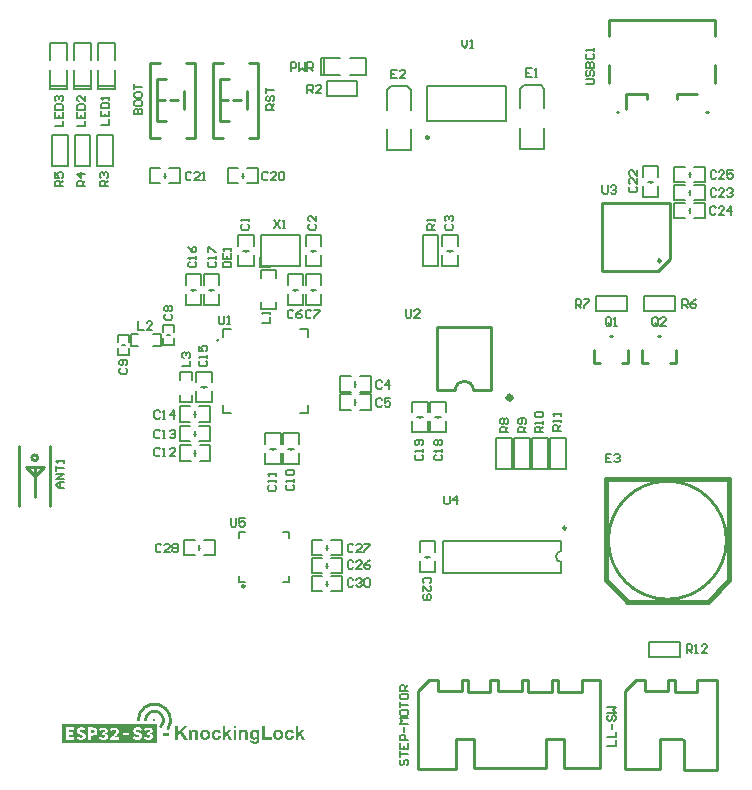
<source format=gto>
G04*
G04 #@! TF.GenerationSoftware,Altium Limited,Altium Designer,18.0.10 (644)*
G04*
G04 Layer_Color=65535*
%FSLAX25Y25*%
%MOIN*%
G70*
G01*
G75*
%ADD10C,0.01000*%
%ADD11C,0.00984*%
%ADD12C,0.00591*%
%ADD13C,0.00787*%
%ADD14C,0.01968*%
%ADD15C,0.01000*%
%ADD16C,0.00700*%
%ADD17C,0.01500*%
%ADD18C,0.00800*%
%ADD19C,0.00600*%
%ADD20C,0.00591*%
%ADD21C,0.00709*%
G36*
X199239Y165733D02*
X198367D01*
Y166540D01*
X199239D01*
Y165733D01*
D02*
G37*
G36*
X202119Y165359D02*
X202191Y165352D01*
X202270Y165339D01*
X202355Y165319D01*
X202447Y165293D01*
X202539Y165260D01*
X202552Y165254D01*
X202578Y165241D01*
X202624Y165221D01*
X202677Y165188D01*
X202736Y165149D01*
X202795Y165103D01*
X202854Y165050D01*
X202906Y164991D01*
X202913Y164985D01*
X202926Y164965D01*
X202946Y164932D01*
X202972Y164886D01*
X203005Y164834D01*
X203031Y164768D01*
X203057Y164703D01*
X203077Y164624D01*
Y164617D01*
X203083Y164585D01*
X203097Y164539D01*
X203103Y164473D01*
X203116Y164394D01*
X203123Y164289D01*
X203129Y164178D01*
Y164040D01*
Y162000D01*
X202257D01*
Y163673D01*
Y163679D01*
Y163699D01*
Y163725D01*
Y163758D01*
Y163804D01*
Y163850D01*
X202250Y163961D01*
X202244Y164073D01*
X202231Y164191D01*
X202217Y164289D01*
X202211Y164329D01*
X202198Y164362D01*
Y164368D01*
X202185Y164388D01*
X202171Y164414D01*
X202152Y164453D01*
X202093Y164532D01*
X202060Y164571D01*
X202014Y164604D01*
X202008Y164611D01*
X201994Y164617D01*
X201968Y164631D01*
X201929Y164650D01*
X201883Y164670D01*
X201837Y164683D01*
X201778Y164690D01*
X201712Y164696D01*
X201673D01*
X201634Y164690D01*
X201581Y164683D01*
X201516Y164663D01*
X201450Y164644D01*
X201378Y164611D01*
X201306Y164571D01*
X201299Y164565D01*
X201279Y164552D01*
X201247Y164519D01*
X201207Y164486D01*
X201168Y164434D01*
X201129Y164381D01*
X201089Y164309D01*
X201063Y164237D01*
Y164230D01*
X201050Y164198D01*
X201043Y164145D01*
X201030Y164066D01*
X201024Y164021D01*
X201017Y163961D01*
X201010Y163902D01*
Y163830D01*
X201004Y163758D01*
X200997Y163673D01*
Y163581D01*
Y163483D01*
Y162000D01*
X200125D01*
Y165293D01*
X200932D01*
Y164808D01*
X200938Y164814D01*
X200951Y164834D01*
X200978Y164860D01*
X201010Y164893D01*
X201050Y164939D01*
X201102Y164985D01*
X201161Y165037D01*
X201227Y165090D01*
X201299Y165136D01*
X201384Y165188D01*
X201470Y165234D01*
X201568Y165280D01*
X201673Y165313D01*
X201778Y165339D01*
X201896Y165359D01*
X202014Y165365D01*
X202060D01*
X202119Y165359D01*
D02*
G37*
G36*
X185542D02*
X185614Y165352D01*
X185693Y165339D01*
X185778Y165319D01*
X185870Y165293D01*
X185962Y165260D01*
X185975Y165254D01*
X186001Y165241D01*
X186047Y165221D01*
X186100Y165188D01*
X186159Y165149D01*
X186218Y165103D01*
X186277Y165050D01*
X186329Y164991D01*
X186336Y164985D01*
X186349Y164965D01*
X186369Y164932D01*
X186395Y164886D01*
X186427Y164834D01*
X186454Y164768D01*
X186480Y164703D01*
X186500Y164624D01*
Y164617D01*
X186506Y164585D01*
X186519Y164539D01*
X186526Y164473D01*
X186539Y164394D01*
X186546Y164289D01*
X186552Y164178D01*
Y164040D01*
Y162000D01*
X185680D01*
Y163673D01*
Y163679D01*
Y163699D01*
Y163725D01*
Y163758D01*
Y163804D01*
Y163850D01*
X185673Y163961D01*
X185667Y164073D01*
X185653Y164191D01*
X185640Y164289D01*
X185634Y164329D01*
X185621Y164362D01*
Y164368D01*
X185608Y164388D01*
X185594Y164414D01*
X185575Y164453D01*
X185516Y164532D01*
X185483Y164571D01*
X185437Y164604D01*
X185430Y164611D01*
X185417Y164617D01*
X185391Y164631D01*
X185352Y164650D01*
X185306Y164670D01*
X185260Y164683D01*
X185201Y164690D01*
X185135Y164696D01*
X185096D01*
X185056Y164690D01*
X185004Y164683D01*
X184938Y164663D01*
X184873Y164644D01*
X184801Y164611D01*
X184729Y164571D01*
X184722Y164565D01*
X184702Y164552D01*
X184669Y164519D01*
X184630Y164486D01*
X184591Y164434D01*
X184551Y164381D01*
X184512Y164309D01*
X184486Y164237D01*
Y164230D01*
X184473Y164198D01*
X184466Y164145D01*
X184453Y164066D01*
X184446Y164021D01*
X184440Y163961D01*
X184433Y163902D01*
Y163830D01*
X184427Y163758D01*
X184420Y163673D01*
Y163581D01*
Y163483D01*
Y162000D01*
X183548D01*
Y165293D01*
X184355D01*
Y164808D01*
X184361Y164814D01*
X184374Y164834D01*
X184400Y164860D01*
X184433Y164893D01*
X184473Y164939D01*
X184525Y164985D01*
X184584Y165037D01*
X184650Y165090D01*
X184722Y165136D01*
X184807Y165188D01*
X184892Y165234D01*
X184991Y165280D01*
X185096Y165313D01*
X185201Y165339D01*
X185319Y165359D01*
X185437Y165365D01*
X185483D01*
X185542Y165359D01*
D02*
G37*
G36*
X181284Y164768D02*
X183089Y162000D01*
X181901D01*
X180648Y164132D01*
X179907Y163371D01*
Y162000D01*
X178989D01*
Y166540D01*
X179907D01*
Y164519D01*
X181770Y166540D01*
X183003D01*
X181284Y164768D01*
D02*
G37*
G36*
X217135Y165359D02*
X217187D01*
X217246Y165352D01*
X217312Y165346D01*
X217384Y165332D01*
X217535Y165300D01*
X217692Y165254D01*
X217850Y165188D01*
X217994Y165103D01*
X218001D01*
X218007Y165090D01*
X218027Y165077D01*
X218053Y165057D01*
X218112Y164998D01*
X218191Y164913D01*
X218276Y164801D01*
X218362Y164670D01*
X218440Y164513D01*
X218506Y164329D01*
X217647Y164171D01*
Y164184D01*
X217640Y164211D01*
X217627Y164257D01*
X217607Y164316D01*
X217574Y164375D01*
X217542Y164440D01*
X217496Y164499D01*
X217443Y164552D01*
X217437Y164558D01*
X217417Y164571D01*
X217384Y164591D01*
X217338Y164618D01*
X217279Y164644D01*
X217214Y164663D01*
X217135Y164676D01*
X217050Y164683D01*
X217037D01*
X216997Y164676D01*
X216938Y164670D01*
X216859Y164657D01*
X216781Y164624D01*
X216695Y164585D01*
X216610Y164532D01*
X216531Y164453D01*
X216525Y164440D01*
X216505Y164408D01*
X216472Y164355D01*
X216440Y164276D01*
X216400Y164171D01*
X216387Y164112D01*
X216374Y164047D01*
X216361Y163968D01*
X216348Y163889D01*
X216341Y163797D01*
Y163706D01*
Y163699D01*
Y163679D01*
Y163647D01*
X216348Y163607D01*
Y163561D01*
X216354Y163509D01*
X216367Y163378D01*
X216387Y163240D01*
X216426Y163102D01*
X216472Y162977D01*
X216505Y162925D01*
X216538Y162873D01*
X216545Y162859D01*
X216577Y162833D01*
X216617Y162800D01*
X216676Y162754D01*
X216754Y162708D01*
X216840Y162676D01*
X216945Y162650D01*
X217063Y162636D01*
X217102D01*
X217148Y162643D01*
X217207Y162656D01*
X217273Y162669D01*
X217338Y162695D01*
X217404Y162728D01*
X217469Y162774D01*
X217476Y162781D01*
X217496Y162800D01*
X217522Y162833D01*
X217561Y162886D01*
X217601Y162951D01*
X217633Y163037D01*
X217673Y163142D01*
X217699Y163259D01*
X218552Y163115D01*
Y163109D01*
X218545Y163089D01*
X218539Y163056D01*
X218526Y163017D01*
X218506Y162971D01*
X218486Y162912D01*
X218434Y162781D01*
X218368Y162636D01*
X218276Y162492D01*
X218165Y162348D01*
X218099Y162282D01*
X218034Y162223D01*
X218027D01*
X218014Y162210D01*
X217994Y162197D01*
X217968Y162177D01*
X217929Y162157D01*
X217883Y162131D01*
X217830Y162105D01*
X217765Y162079D01*
X217699Y162046D01*
X217620Y162020D01*
X217542Y161994D01*
X217450Y161974D01*
X217351Y161954D01*
X217246Y161941D01*
X217141Y161934D01*
X217023Y161928D01*
X216951D01*
X216905Y161934D01*
X216846Y161941D01*
X216774Y161954D01*
X216695Y161967D01*
X216610Y161987D01*
X216518Y162007D01*
X216426Y162039D01*
X216328Y162072D01*
X216236Y162118D01*
X216138Y162171D01*
X216046Y162230D01*
X215961Y162302D01*
X215875Y162381D01*
X215869Y162387D01*
X215856Y162400D01*
X215836Y162426D01*
X215810Y162466D01*
X215777Y162512D01*
X215738Y162564D01*
X215705Y162630D01*
X215665Y162708D01*
X215619Y162794D01*
X215587Y162886D01*
X215547Y162991D01*
X215515Y163102D01*
X215488Y163227D01*
X215469Y163351D01*
X215456Y163496D01*
X215449Y163640D01*
Y163647D01*
Y163673D01*
Y163719D01*
X215456Y163771D01*
X215462Y163843D01*
X215469Y163922D01*
X215482Y164007D01*
X215501Y164106D01*
X215554Y164309D01*
X215587Y164414D01*
X215626Y164519D01*
X215679Y164624D01*
X215738Y164722D01*
X215803Y164814D01*
X215875Y164906D01*
X215882Y164913D01*
X215895Y164926D01*
X215921Y164945D01*
X215954Y164978D01*
X216000Y165011D01*
X216053Y165050D01*
X216111Y165096D01*
X216184Y165136D01*
X216262Y165182D01*
X216348Y165221D01*
X216446Y165260D01*
X216551Y165293D01*
X216656Y165326D01*
X216781Y165346D01*
X216905Y165359D01*
X217037Y165365D01*
X217095D01*
X217135Y165359D01*
D02*
G37*
G36*
X192804Y165359D02*
X192856D01*
X192915Y165352D01*
X192981Y165346D01*
X193053Y165332D01*
X193204Y165300D01*
X193361Y165254D01*
X193519Y165188D01*
X193663Y165103D01*
X193670D01*
X193676Y165090D01*
X193696Y165077D01*
X193722Y165057D01*
X193781Y164998D01*
X193860Y164913D01*
X193945Y164801D01*
X194031Y164670D01*
X194109Y164513D01*
X194175Y164329D01*
X193315Y164171D01*
Y164184D01*
X193309Y164211D01*
X193296Y164257D01*
X193276Y164316D01*
X193243Y164375D01*
X193211Y164440D01*
X193165Y164499D01*
X193112Y164552D01*
X193106Y164558D01*
X193086Y164571D01*
X193053Y164591D01*
X193007Y164617D01*
X192948Y164644D01*
X192883Y164663D01*
X192804Y164676D01*
X192719Y164683D01*
X192705D01*
X192666Y164676D01*
X192607Y164670D01*
X192528Y164657D01*
X192450Y164624D01*
X192364Y164585D01*
X192279Y164532D01*
X192200Y164453D01*
X192194Y164440D01*
X192174Y164408D01*
X192141Y164355D01*
X192109Y164276D01*
X192069Y164171D01*
X192056Y164112D01*
X192043Y164047D01*
X192030Y163968D01*
X192017Y163889D01*
X192010Y163797D01*
Y163706D01*
Y163699D01*
Y163679D01*
Y163647D01*
X192017Y163607D01*
Y163561D01*
X192023Y163509D01*
X192036Y163378D01*
X192056Y163240D01*
X192095Y163102D01*
X192141Y162977D01*
X192174Y162925D01*
X192207Y162873D01*
X192213Y162859D01*
X192246Y162833D01*
X192286Y162800D01*
X192345Y162754D01*
X192423Y162708D01*
X192509Y162676D01*
X192614Y162649D01*
X192732Y162636D01*
X192771D01*
X192817Y162643D01*
X192876Y162656D01*
X192942Y162669D01*
X193007Y162695D01*
X193073Y162728D01*
X193138Y162774D01*
X193145Y162781D01*
X193165Y162800D01*
X193191Y162833D01*
X193230Y162886D01*
X193270Y162951D01*
X193302Y163037D01*
X193342Y163141D01*
X193368Y163259D01*
X194221Y163115D01*
Y163109D01*
X194214Y163089D01*
X194208Y163056D01*
X194195Y163017D01*
X194175Y162971D01*
X194155Y162912D01*
X194103Y162781D01*
X194037Y162636D01*
X193945Y162492D01*
X193834Y162348D01*
X193768Y162282D01*
X193703Y162223D01*
X193696D01*
X193683Y162210D01*
X193663Y162197D01*
X193637Y162177D01*
X193598Y162157D01*
X193552Y162131D01*
X193499Y162105D01*
X193434Y162079D01*
X193368Y162046D01*
X193289Y162020D01*
X193211Y161993D01*
X193119Y161974D01*
X193020Y161954D01*
X192915Y161941D01*
X192810Y161934D01*
X192692Y161928D01*
X192620D01*
X192574Y161934D01*
X192515Y161941D01*
X192443Y161954D01*
X192364Y161967D01*
X192279Y161987D01*
X192187Y162007D01*
X192095Y162039D01*
X191997Y162072D01*
X191905Y162118D01*
X191807Y162171D01*
X191715Y162230D01*
X191630Y162302D01*
X191544Y162381D01*
X191538Y162387D01*
X191525Y162400D01*
X191505Y162426D01*
X191479Y162466D01*
X191446Y162512D01*
X191407Y162564D01*
X191374Y162630D01*
X191334Y162708D01*
X191288Y162794D01*
X191256Y162886D01*
X191216Y162991D01*
X191183Y163102D01*
X191157Y163227D01*
X191138Y163351D01*
X191124Y163496D01*
X191118Y163640D01*
Y163647D01*
Y163673D01*
Y163719D01*
X191124Y163771D01*
X191131Y163843D01*
X191138Y163922D01*
X191151Y164007D01*
X191170Y164106D01*
X191223Y164309D01*
X191256Y164414D01*
X191295Y164519D01*
X191348Y164624D01*
X191407Y164722D01*
X191472Y164814D01*
X191544Y164906D01*
X191551Y164913D01*
X191564Y164926D01*
X191590Y164945D01*
X191623Y164978D01*
X191669Y165011D01*
X191721Y165050D01*
X191780Y165096D01*
X191853Y165136D01*
X191931Y165182D01*
X192017Y165221D01*
X192115Y165260D01*
X192220Y165293D01*
X192325Y165326D01*
X192450Y165346D01*
X192574Y165359D01*
X192705Y165365D01*
X192764D01*
X192804Y165359D01*
D02*
G37*
G36*
X176712Y163214D02*
X175000D01*
Y164086D01*
X176712D01*
Y163214D01*
D02*
G37*
G36*
X220015Y164132D02*
X221031Y165293D01*
X222101D01*
X220972Y164086D01*
X222180Y162000D01*
X221241D01*
X220408Y163476D01*
X220015Y163050D01*
Y162000D01*
X219142D01*
Y166540D01*
X220015D01*
Y164132D01*
D02*
G37*
G36*
X208837Y162768D02*
X211119D01*
Y162000D01*
X207918D01*
Y166507D01*
X208837D01*
Y162768D01*
D02*
G37*
G36*
X199239Y162000D02*
X198367D01*
Y165293D01*
X199239D01*
Y162000D01*
D02*
G37*
G36*
X195684Y164132D02*
X196701Y165293D01*
X197770D01*
X196641Y164086D01*
X197848Y162000D01*
X196910D01*
X196077Y163476D01*
X195684Y163050D01*
Y162000D01*
X194811D01*
Y166540D01*
X195684D01*
Y164132D01*
D02*
G37*
G36*
X213383Y165359D02*
X213448Y165352D01*
X213520Y165339D01*
X213606Y165326D01*
X213691Y165306D01*
X213789Y165280D01*
X213888Y165247D01*
X213986Y165208D01*
X214091Y165162D01*
X214196Y165103D01*
X214294Y165037D01*
X214393Y164965D01*
X214485Y164880D01*
X214491Y164873D01*
X214504Y164860D01*
X214531Y164827D01*
X214557Y164795D01*
X214596Y164742D01*
X214635Y164690D01*
X214681Y164618D01*
X214727Y164545D01*
X214767Y164460D01*
X214813Y164368D01*
X214852Y164263D01*
X214891Y164158D01*
X214918Y164040D01*
X214944Y163922D01*
X214957Y163791D01*
X214964Y163653D01*
Y163647D01*
Y163620D01*
Y163581D01*
X214957Y163529D01*
X214950Y163463D01*
X214937Y163391D01*
X214924Y163305D01*
X214904Y163220D01*
X214878Y163122D01*
X214845Y163023D01*
X214806Y162918D01*
X214760Y162813D01*
X214701Y162708D01*
X214635Y162610D01*
X214563Y162512D01*
X214478Y162413D01*
X214472Y162407D01*
X214458Y162394D01*
X214432Y162367D01*
X214393Y162335D01*
X214347Y162302D01*
X214288Y162262D01*
X214222Y162216D01*
X214150Y162171D01*
X214065Y162125D01*
X213973Y162079D01*
X213875Y162039D01*
X213763Y162007D01*
X213651Y161974D01*
X213527Y161948D01*
X213402Y161934D01*
X213264Y161928D01*
X213219D01*
X213186Y161934D01*
X213146D01*
X213101Y161941D01*
X212989Y161954D01*
X212851Y161980D01*
X212707Y162013D01*
X212556Y162066D01*
X212399Y162131D01*
X212392D01*
X212379Y162138D01*
X212359Y162151D01*
X212333Y162171D01*
X212261Y162216D01*
X212169Y162282D01*
X212071Y162367D01*
X211966Y162472D01*
X211867Y162590D01*
X211775Y162728D01*
Y162735D01*
X211769Y162748D01*
X211756Y162768D01*
X211743Y162800D01*
X211729Y162840D01*
X211710Y162886D01*
X211690Y162938D01*
X211670Y162997D01*
X211651Y163063D01*
X211631Y163135D01*
X211598Y163299D01*
X211572Y163489D01*
X211565Y163692D01*
Y163699D01*
Y163712D01*
Y163738D01*
X211572Y163765D01*
Y163804D01*
X211579Y163850D01*
X211592Y163961D01*
X211618Y164086D01*
X211657Y164224D01*
X211703Y164375D01*
X211775Y164526D01*
Y164532D01*
X211789Y164545D01*
X211795Y164565D01*
X211815Y164591D01*
X211867Y164663D01*
X211933Y164755D01*
X212018Y164854D01*
X212123Y164959D01*
X212241Y165057D01*
X212379Y165149D01*
X212385D01*
X212399Y165155D01*
X212418Y165168D01*
X212451Y165182D01*
X212484Y165201D01*
X212530Y165214D01*
X212582Y165234D01*
X212635Y165260D01*
X212766Y165300D01*
X212917Y165332D01*
X213081Y165359D01*
X213258Y165365D01*
X213330D01*
X213383Y165359D01*
D02*
G37*
G36*
X189051Y165359D02*
X189117Y165352D01*
X189189Y165339D01*
X189275Y165326D01*
X189360Y165306D01*
X189458Y165280D01*
X189557Y165247D01*
X189655Y165208D01*
X189760Y165162D01*
X189865Y165103D01*
X189963Y165037D01*
X190062Y164965D01*
X190154Y164880D01*
X190160Y164873D01*
X190173Y164860D01*
X190199Y164827D01*
X190226Y164795D01*
X190265Y164742D01*
X190305Y164690D01*
X190350Y164617D01*
X190396Y164545D01*
X190436Y164460D01*
X190482Y164368D01*
X190521Y164263D01*
X190560Y164158D01*
X190587Y164040D01*
X190613Y163922D01*
X190626Y163791D01*
X190632Y163653D01*
Y163647D01*
Y163620D01*
Y163581D01*
X190626Y163529D01*
X190619Y163463D01*
X190606Y163391D01*
X190593Y163305D01*
X190573Y163220D01*
X190547Y163122D01*
X190514Y163023D01*
X190475Y162918D01*
X190429Y162813D01*
X190370Y162708D01*
X190305Y162610D01*
X190232Y162512D01*
X190147Y162413D01*
X190140Y162407D01*
X190127Y162394D01*
X190101Y162367D01*
X190062Y162335D01*
X190016Y162302D01*
X189957Y162262D01*
X189891Y162216D01*
X189819Y162171D01*
X189734Y162125D01*
X189642Y162079D01*
X189543Y162039D01*
X189432Y162007D01*
X189321Y161974D01*
X189196Y161948D01*
X189071Y161934D01*
X188933Y161928D01*
X188888D01*
X188855Y161934D01*
X188815D01*
X188769Y161941D01*
X188658Y161954D01*
X188520Y161980D01*
X188376Y162013D01*
X188225Y162066D01*
X188067Y162131D01*
X188061D01*
X188048Y162138D01*
X188028Y162151D01*
X188002Y162171D01*
X187930Y162216D01*
X187838Y162282D01*
X187740Y162367D01*
X187635Y162472D01*
X187536Y162590D01*
X187444Y162728D01*
Y162735D01*
X187438Y162748D01*
X187425Y162768D01*
X187411Y162800D01*
X187398Y162840D01*
X187379Y162886D01*
X187359Y162938D01*
X187339Y162997D01*
X187320Y163063D01*
X187300Y163135D01*
X187267Y163299D01*
X187241Y163489D01*
X187234Y163692D01*
Y163699D01*
Y163712D01*
Y163738D01*
X187241Y163765D01*
Y163804D01*
X187248Y163850D01*
X187261Y163961D01*
X187287Y164086D01*
X187326Y164224D01*
X187372Y164375D01*
X187444Y164526D01*
Y164532D01*
X187457Y164545D01*
X187464Y164565D01*
X187484Y164591D01*
X187536Y164663D01*
X187602Y164755D01*
X187687Y164854D01*
X187792Y164959D01*
X187910Y165057D01*
X188048Y165149D01*
X188054D01*
X188067Y165155D01*
X188087Y165168D01*
X188120Y165182D01*
X188153Y165201D01*
X188199Y165214D01*
X188251Y165234D01*
X188304Y165260D01*
X188435Y165300D01*
X188586Y165332D01*
X188750Y165359D01*
X188927Y165365D01*
X188999D01*
X189051Y165359D01*
D02*
G37*
G36*
X205261Y165359D02*
X205307D01*
X205353Y165346D01*
X205419Y165339D01*
X205484Y165319D01*
X205557Y165300D01*
X205635Y165267D01*
X205714Y165234D01*
X205799Y165188D01*
X205885Y165136D01*
X205970Y165077D01*
X206055Y164998D01*
X206134Y164919D01*
X206212Y164821D01*
Y165293D01*
X207026D01*
Y162335D01*
Y162328D01*
Y162308D01*
Y162282D01*
Y162243D01*
Y162190D01*
X207019Y162138D01*
X207013Y162013D01*
X207000Y161869D01*
X206987Y161724D01*
X206960Y161587D01*
X206947Y161528D01*
X206927Y161469D01*
X206921Y161456D01*
X206908Y161423D01*
X206888Y161370D01*
X206855Y161305D01*
X206816Y161232D01*
X206770Y161154D01*
X206718Y161082D01*
X206652Y161016D01*
X206645Y161009D01*
X206619Y160990D01*
X206580Y160957D01*
X206534Y160924D01*
X206468Y160885D01*
X206390Y160839D01*
X206298Y160800D01*
X206193Y160760D01*
X206180Y160754D01*
X206140Y160747D01*
X206081Y160727D01*
X205996Y160714D01*
X205885Y160695D01*
X205760Y160675D01*
X205615Y160668D01*
X205458Y160662D01*
X205379D01*
X205320Y160668D01*
X205255D01*
X205176Y160675D01*
X205091Y160688D01*
X204999Y160701D01*
X204802Y160734D01*
X204605Y160786D01*
X204513Y160819D01*
X204422Y160859D01*
X204343Y160898D01*
X204271Y160950D01*
X204264Y160957D01*
X204258Y160963D01*
X204218Y161003D01*
X204159Y161062D01*
X204100Y161147D01*
X204035Y161252D01*
X203976Y161377D01*
X203936Y161521D01*
X203930Y161600D01*
X203923Y161679D01*
Y161685D01*
Y161711D01*
Y161744D01*
X203930Y161784D01*
X204927Y161665D01*
Y161659D01*
X204933Y161639D01*
X204940Y161606D01*
X204946Y161574D01*
X204979Y161495D01*
X205005Y161456D01*
X205038Y161429D01*
X205045Y161423D01*
X205065Y161416D01*
X205091Y161397D01*
X205137Y161383D01*
X205189Y161364D01*
X205255Y161344D01*
X205333Y161337D01*
X205425Y161331D01*
X205484D01*
X205543Y161337D01*
X205615Y161344D01*
X205701Y161357D01*
X205786Y161377D01*
X205865Y161403D01*
X205937Y161436D01*
X205943Y161442D01*
X205957Y161449D01*
X205976Y161462D01*
X206003Y161488D01*
X206029Y161521D01*
X206055Y161560D01*
X206081Y161606D01*
X206107Y161659D01*
Y161665D01*
X206114Y161679D01*
X206121Y161705D01*
X206134Y161751D01*
X206140Y161803D01*
X206147Y161869D01*
X206153Y161954D01*
Y162053D01*
Y162531D01*
X206147Y162525D01*
X206134Y162512D01*
X206114Y162485D01*
X206081Y162446D01*
X206048Y162407D01*
X206003Y162361D01*
X205943Y162315D01*
X205885Y162269D01*
X205819Y162216D01*
X205740Y162171D01*
X205576Y162085D01*
X205484Y162053D01*
X205386Y162026D01*
X205281Y162007D01*
X205169Y162000D01*
X205143D01*
X205104Y162007D01*
X205058D01*
X205005Y162020D01*
X204940Y162033D01*
X204868Y162046D01*
X204789Y162072D01*
X204710Y162098D01*
X204625Y162138D01*
X204533Y162184D01*
X204448Y162236D01*
X204363Y162302D01*
X204277Y162374D01*
X204199Y162459D01*
X204120Y162558D01*
Y162564D01*
X204107Y162577D01*
X204094Y162603D01*
X204074Y162636D01*
X204048Y162682D01*
X204021Y162735D01*
X203995Y162794D01*
X203969Y162866D01*
X203943Y162938D01*
X203917Y163023D01*
X203890Y163115D01*
X203864Y163214D01*
X203831Y163424D01*
X203825Y163542D01*
X203818Y163660D01*
Y163666D01*
Y163699D01*
Y163738D01*
X203825Y163797D01*
X203831Y163863D01*
X203838Y163942D01*
X203851Y164034D01*
X203871Y164126D01*
X203917Y164335D01*
X203949Y164440D01*
X203982Y164545D01*
X204028Y164644D01*
X204081Y164749D01*
X204139Y164840D01*
X204212Y164926D01*
X204218Y164932D01*
X204231Y164945D01*
X204251Y164965D01*
X204284Y164998D01*
X204323Y165031D01*
X204369Y165064D01*
X204422Y165103D01*
X204487Y165149D01*
X204553Y165188D01*
X204631Y165227D01*
X204796Y165300D01*
X204894Y165326D01*
X204992Y165346D01*
X205097Y165359D01*
X205202Y165365D01*
X205228D01*
X205261Y165359D01*
D02*
G37*
G36*
X172746Y160746D02*
X141312D01*
Y167336D01*
X172746D01*
Y160746D01*
D02*
G37*
%LPC*%
G36*
X213264Y164657D02*
X213232D01*
X213205Y164650D01*
X213146Y164644D01*
X213068Y164624D01*
X212976Y164591D01*
X212877Y164545D01*
X212779Y164480D01*
X212687Y164394D01*
X212681Y164381D01*
X212654Y164348D01*
X212615Y164283D01*
X212576Y164204D01*
X212530Y164099D01*
X212497Y163968D01*
X212471Y163817D01*
X212458Y163647D01*
Y163640D01*
Y163627D01*
Y163601D01*
X212464Y163568D01*
Y163522D01*
X212471Y163476D01*
X212484Y163371D01*
X212517Y163246D01*
X212556Y163122D01*
X212609Y162997D01*
X212687Y162892D01*
X212700Y162879D01*
X212727Y162853D01*
X212779Y162813D01*
X212851Y162768D01*
X212930Y162715D01*
X213028Y162676D01*
X213140Y162650D01*
X213264Y162636D01*
X213297D01*
X213323Y162643D01*
X213383Y162650D01*
X213461Y162669D01*
X213553Y162702D01*
X213651Y162741D01*
X213743Y162807D01*
X213835Y162892D01*
X213848Y162905D01*
X213875Y162938D01*
X213907Y163004D01*
X213953Y163082D01*
X213999Y163194D01*
X214032Y163319D01*
X214058Y163476D01*
X214071Y163647D01*
Y163653D01*
Y163666D01*
Y163692D01*
X214065Y163725D01*
Y163765D01*
X214058Y163817D01*
X214045Y163922D01*
X214012Y164040D01*
X213973Y164165D01*
X213914Y164289D01*
X213835Y164394D01*
X213822Y164408D01*
X213796Y164434D01*
X213743Y164480D01*
X213678Y164526D01*
X213593Y164571D01*
X213501Y164618D01*
X213389Y164644D01*
X213264Y164657D01*
D02*
G37*
G36*
X188933Y164657D02*
X188901D01*
X188874Y164650D01*
X188815Y164644D01*
X188737Y164624D01*
X188645Y164591D01*
X188546Y164545D01*
X188448Y164480D01*
X188356Y164394D01*
X188350Y164381D01*
X188323Y164348D01*
X188284Y164283D01*
X188245Y164204D01*
X188199Y164099D01*
X188166Y163968D01*
X188140Y163817D01*
X188127Y163647D01*
Y163640D01*
Y163627D01*
Y163601D01*
X188133Y163568D01*
Y163522D01*
X188140Y163476D01*
X188153Y163371D01*
X188186Y163246D01*
X188225Y163122D01*
X188277Y162997D01*
X188356Y162892D01*
X188369Y162879D01*
X188396Y162853D01*
X188448Y162813D01*
X188520Y162768D01*
X188599Y162715D01*
X188697Y162676D01*
X188809Y162649D01*
X188933Y162636D01*
X188966D01*
X188993Y162643D01*
X189051Y162649D01*
X189130Y162669D01*
X189222Y162702D01*
X189321Y162741D01*
X189412Y162807D01*
X189504Y162892D01*
X189517Y162905D01*
X189543Y162938D01*
X189576Y163004D01*
X189622Y163082D01*
X189668Y163194D01*
X189701Y163319D01*
X189727Y163476D01*
X189740Y163647D01*
Y163653D01*
Y163666D01*
Y163692D01*
X189734Y163725D01*
Y163765D01*
X189727Y163817D01*
X189714Y163922D01*
X189681Y164040D01*
X189642Y164165D01*
X189583Y164289D01*
X189504Y164394D01*
X189491Y164408D01*
X189465Y164434D01*
X189412Y164480D01*
X189347Y164526D01*
X189261Y164571D01*
X189170Y164617D01*
X189058Y164644D01*
X188933Y164657D01*
D02*
G37*
G36*
X205425Y164696D02*
X205412D01*
X205373Y164690D01*
X205314Y164683D01*
X205242Y164663D01*
X205163Y164637D01*
X205071Y164591D01*
X204986Y164532D01*
X204907Y164447D01*
X204901Y164434D01*
X204874Y164401D01*
X204848Y164342D01*
X204809Y164263D01*
X204776Y164158D01*
X204743Y164034D01*
X204717Y163883D01*
X204710Y163706D01*
Y163699D01*
Y163686D01*
Y163653D01*
X204717Y163620D01*
Y163581D01*
X204723Y163529D01*
X204736Y163417D01*
X204756Y163292D01*
X204796Y163168D01*
X204841Y163050D01*
X204907Y162945D01*
X204914Y162932D01*
X204946Y162905D01*
X204986Y162866D01*
X205045Y162827D01*
X205117Y162781D01*
X205202Y162741D01*
X205301Y162715D01*
X205406Y162702D01*
X205419D01*
X205458Y162708D01*
X205517Y162715D01*
X205596Y162735D01*
X205681Y162761D01*
X205766Y162807D01*
X205858Y162866D01*
X205943Y162951D01*
X205950Y162964D01*
X205976Y162997D01*
X206016Y163056D01*
X206055Y163135D01*
X206094Y163240D01*
X206134Y163365D01*
X206160Y163515D01*
X206167Y163686D01*
Y163692D01*
Y163706D01*
Y163732D01*
Y163771D01*
X206160Y163811D01*
X206153Y163863D01*
X206140Y163975D01*
X206114Y164099D01*
X206081Y164224D01*
X206029Y164342D01*
X205957Y164447D01*
X205950Y164460D01*
X205917Y164486D01*
X205871Y164526D01*
X205812Y164571D01*
X205734Y164618D01*
X205642Y164657D01*
X205543Y164683D01*
X205425Y164696D01*
D02*
G37*
G36*
X160302Y166046D02*
X158961D01*
X160302D01*
D01*
D02*
G37*
G36*
X166513Y166155D02*
X166448D01*
X166331Y166148D01*
X166214Y166141D01*
X166112Y166126D01*
X166025Y166112D01*
X165945Y166090D01*
X165894Y166075D01*
X165857Y166068D01*
X165843Y166060D01*
X165741Y166024D01*
X165653Y165980D01*
X165573Y165937D01*
X165500Y165893D01*
X165449Y165856D01*
X165405Y165827D01*
X165376Y165805D01*
X165369Y165798D01*
X165296Y165733D01*
X165237Y165667D01*
X165187Y165609D01*
X165143Y165543D01*
X165106Y165492D01*
X165084Y165448D01*
X165070Y165419D01*
X165063Y165412D01*
X165026Y165331D01*
X164997Y165244D01*
X164982Y165164D01*
X164968Y165091D01*
X164961Y165033D01*
X164953Y164982D01*
Y164952D01*
Y164938D01*
Y164858D01*
X164968Y164778D01*
X164975Y164712D01*
X164990Y164646D01*
X165004Y164602D01*
X165012Y164559D01*
X165026Y164537D01*
Y164530D01*
X165084Y164406D01*
X165121Y164355D01*
X165150Y164311D01*
X165172Y164267D01*
X165194Y164238D01*
X165208Y164224D01*
X165216Y164216D01*
X165310Y164121D01*
X165398Y164049D01*
X165434Y164019D01*
X165463Y164005D01*
X165485Y163990D01*
X165493Y163983D01*
X165609Y163917D01*
X165668Y163888D01*
X165719Y163866D01*
X165762Y163852D01*
X165792Y163837D01*
X165813Y163822D01*
X165821D01*
X166346Y163596D01*
X166455Y163560D01*
X166535Y163524D01*
X166572Y163516D01*
X166594Y163502D01*
X166608Y163495D01*
X166615D01*
X166695Y163458D01*
X166761Y163429D01*
X166798Y163400D01*
X166812Y163392D01*
X166863Y163349D01*
X166907Y163312D01*
X166929Y163283D01*
X166936Y163268D01*
X166965Y163217D01*
X166972Y163166D01*
X166980Y163123D01*
Y163115D01*
Y163108D01*
X166972Y163042D01*
X166958Y162984D01*
X166936Y162933D01*
X166907Y162897D01*
X166878Y162860D01*
X166856Y162838D01*
X166841Y162824D01*
X166834Y162817D01*
X166776Y162780D01*
X166703Y162758D01*
X166550Y162729D01*
X166477Y162722D01*
X166419Y162714D01*
X166367D01*
X166265Y162722D01*
X166171Y162736D01*
X166076Y162751D01*
X165996Y162773D01*
X165923Y162795D01*
X165872Y162817D01*
X165835Y162824D01*
X165821Y162831D01*
X165719Y162882D01*
X165631Y162933D01*
X165544Y162984D01*
X165471Y163035D01*
X165405Y163079D01*
X165361Y163115D01*
X165325Y163137D01*
X165318Y163145D01*
X164786Y162510D01*
X164917Y162408D01*
X165041Y162321D01*
X165165Y162241D01*
X165281Y162182D01*
X165376Y162131D01*
X165456Y162102D01*
X165485Y162088D01*
X165507Y162080D01*
X165515Y162073D01*
X165522D01*
X165675Y162022D01*
X165821Y161985D01*
X165959Y161964D01*
X166083Y161949D01*
X166185Y161934D01*
X166265Y161927D01*
X164786D01*
X167928D01*
X166338D01*
X166477Y161934D01*
X166608Y161942D01*
X166725Y161956D01*
X166819Y161978D01*
X166907Y162000D01*
X166965Y162015D01*
X167002Y162022D01*
X167016Y162029D01*
X167126Y162073D01*
X167220Y162117D01*
X167308Y162160D01*
X167374Y162204D01*
X167432Y162241D01*
X167475Y162270D01*
X167505Y162292D01*
X167512Y162299D01*
X167585Y162364D01*
X167643Y162437D01*
X167701Y162503D01*
X167745Y162569D01*
X167774Y162620D01*
X167796Y162663D01*
X167811Y162693D01*
X167818Y162700D01*
X167855Y162787D01*
X167884Y162875D01*
X167898Y162955D01*
X167913Y163028D01*
X167920Y163093D01*
X167928Y163145D01*
Y163188D01*
X167920Y163341D01*
X167891Y163480D01*
X167855Y163596D01*
X167811Y163699D01*
X167760Y163779D01*
X167723Y163830D01*
X167694Y163866D01*
X167687Y163881D01*
X167592Y163976D01*
X167490Y164056D01*
X167381Y164129D01*
X167286Y164187D01*
X167191Y164231D01*
X167118Y164267D01*
X167089Y164282D01*
X167067Y164289D01*
X167060Y164296D01*
X167053D01*
X166557Y164508D01*
X166448Y164544D01*
X166353Y164588D01*
X166273Y164617D01*
X166200Y164646D01*
X166141Y164668D01*
X166105Y164690D01*
X166076Y164697D01*
X166069Y164705D01*
X166010Y164741D01*
X165966Y164792D01*
X165930Y164836D01*
X165908Y164880D01*
X165894Y164923D01*
X165886Y164960D01*
Y164982D01*
Y164989D01*
X165894Y165055D01*
X165908Y165105D01*
X165930Y165149D01*
X165959Y165193D01*
X165988Y165222D01*
X166010Y165244D01*
X166025Y165251D01*
X166032Y165259D01*
X166090Y165295D01*
X166156Y165317D01*
X166295Y165346D01*
X166353Y165353D01*
X166404Y165361D01*
X166542D01*
X166630Y165346D01*
X166710Y165331D01*
X166783Y165317D01*
X166834Y165302D01*
X166878Y165288D01*
X166907Y165280D01*
X166914Y165273D01*
X166994Y165237D01*
X167067Y165200D01*
X167140Y165164D01*
X167206Y165120D01*
X167257Y165091D01*
X167301Y165062D01*
X167330Y165040D01*
X167337Y165033D01*
X167804Y165616D01*
X167694Y165711D01*
X167592Y165791D01*
X167483Y165856D01*
X167388Y165915D01*
X167301Y165958D01*
X167235Y165995D01*
X167191Y166009D01*
X167184Y166017D01*
X167177D01*
X167045Y166060D01*
X166914Y166097D01*
X166790Y166119D01*
X166681Y166141D01*
X166586Y166148D01*
X166513Y166155D01*
D02*
G37*
G36*
X147705D02*
X147640D01*
X147523Y166148D01*
X147406Y166141D01*
X147304Y166126D01*
X147217Y166112D01*
X147136Y166090D01*
X147085Y166075D01*
X147049Y166068D01*
X147034Y166060D01*
X146932Y166024D01*
X146845Y165980D01*
X146765Y165937D01*
X146692Y165893D01*
X146641Y165856D01*
X146597Y165827D01*
X146568Y165805D01*
X146561Y165798D01*
X146488Y165733D01*
X146429Y165667D01*
X146378Y165609D01*
X146335Y165543D01*
X146298Y165492D01*
X146276Y165448D01*
X146262Y165419D01*
X146254Y165412D01*
X146218Y165331D01*
X146189Y165244D01*
X146174Y165164D01*
X146160Y165091D01*
X146152Y165033D01*
X146145Y164982D01*
Y164952D01*
Y164938D01*
Y164858D01*
X146160Y164778D01*
X146167Y164712D01*
X146181Y164646D01*
X146196Y164602D01*
X146203Y164559D01*
X146218Y164537D01*
Y164530D01*
X146276Y164406D01*
X146313Y164355D01*
X146342Y164311D01*
X146364Y164267D01*
X146386Y164238D01*
X146400Y164224D01*
X146407Y164216D01*
X146502Y164121D01*
X146590Y164049D01*
X146626Y164019D01*
X146655Y164005D01*
X146677Y163990D01*
X146685Y163983D01*
X146801Y163917D01*
X146859Y163888D01*
X146910Y163866D01*
X146954Y163852D01*
X146983Y163837D01*
X147005Y163822D01*
X147012D01*
X147537Y163596D01*
X147647Y163560D01*
X147727Y163524D01*
X147763Y163516D01*
X147785Y163502D01*
X147800Y163495D01*
X147807D01*
X147887Y163458D01*
X147953Y163429D01*
X147989Y163400D01*
X148004Y163392D01*
X148055Y163349D01*
X148099Y163312D01*
X148121Y163283D01*
X148128Y163268D01*
X148157Y163217D01*
X148164Y163166D01*
X148172Y163123D01*
Y163115D01*
Y163108D01*
X148164Y163042D01*
X148150Y162984D01*
X148128Y162933D01*
X148099Y162897D01*
X148070Y162860D01*
X148048Y162838D01*
X148033Y162824D01*
X148026Y162817D01*
X147968Y162780D01*
X147895Y162758D01*
X147741Y162729D01*
X147669Y162722D01*
X147610Y162714D01*
X147559D01*
X147457Y162722D01*
X147362Y162736D01*
X147268Y162751D01*
X147187Y162773D01*
X147115Y162795D01*
X147064Y162817D01*
X147027Y162824D01*
X147012Y162831D01*
X146910Y162882D01*
X146823Y162933D01*
X146736Y162984D01*
X146663Y163035D01*
X146597Y163079D01*
X146553Y163115D01*
X146517Y163137D01*
X146510Y163145D01*
X145977Y162510D01*
X146108Y162408D01*
X146232Y162321D01*
X146356Y162241D01*
X146473Y162182D01*
X146568Y162131D01*
X146648Y162102D01*
X146677Y162088D01*
X146699Y162080D01*
X146706Y162073D01*
X146714D01*
X146867Y162022D01*
X147012Y161985D01*
X147151Y161964D01*
X147275Y161949D01*
X147377Y161934D01*
X147457Y161927D01*
X145977D01*
X149119D01*
Y163188D01*
X149112Y163341D01*
X149083Y163480D01*
X149046Y163596D01*
X149003Y163699D01*
X148952Y163779D01*
X148915Y163830D01*
X148886Y163866D01*
X148879Y163881D01*
X148784Y163976D01*
X148682Y164056D01*
X148573Y164129D01*
X148478Y164187D01*
X148383Y164231D01*
X148310Y164267D01*
X148281Y164282D01*
X148259Y164289D01*
X148252Y164296D01*
X148245D01*
X147749Y164508D01*
X147640Y164544D01*
X147545Y164588D01*
X147465Y164617D01*
X147392Y164646D01*
X147333Y164668D01*
X147297Y164690D01*
X147268Y164697D01*
X147260Y164705D01*
X147202Y164741D01*
X147158Y164792D01*
X147122Y164836D01*
X147100Y164880D01*
X147085Y164923D01*
X147078Y164960D01*
Y164982D01*
Y164989D01*
X147085Y165055D01*
X147100Y165105D01*
X147122Y165149D01*
X147151Y165193D01*
X147180Y165222D01*
X147202Y165244D01*
X147217Y165251D01*
X147224Y165259D01*
X147282Y165295D01*
X147348Y165317D01*
X147486Y165346D01*
X147545Y165353D01*
X147596Y165361D01*
X147734D01*
X147822Y165346D01*
X147902Y165331D01*
X147975Y165317D01*
X148026Y165302D01*
X148070Y165288D01*
X148099Y165280D01*
X148106Y165273D01*
X148186Y165237D01*
X148259Y165200D01*
X148332Y165164D01*
X148398Y165120D01*
X148449Y165091D01*
X148492Y165062D01*
X148521Y165040D01*
X148529Y165033D01*
X148995Y165616D01*
X148886Y165711D01*
X148784Y165791D01*
X148675Y165856D01*
X148580Y165915D01*
X148492Y165958D01*
X148427Y165995D01*
X148383Y166009D01*
X148376Y166017D01*
X148369D01*
X148237Y166060D01*
X148106Y166097D01*
X147982Y166119D01*
X147873Y166141D01*
X147778Y166148D01*
X147705Y166155D01*
D02*
G37*
G36*
X163692Y164187D02*
X161490D01*
Y163495D01*
X163692D01*
Y164187D01*
D02*
G37*
G36*
X171565Y166046D02*
X169969Y166046D01*
X169823Y166039D01*
X169692Y166024D01*
X169568Y166002D01*
X169458Y165980D01*
X169364Y165951D01*
X169298Y165929D01*
X169254Y165915D01*
X169247Y165907D01*
X169240D01*
X169116Y165856D01*
X168999Y165798D01*
X168897Y165733D01*
X168802Y165674D01*
X168722Y165623D01*
X168664Y165579D01*
X168627Y165550D01*
X168613Y165543D01*
X169079Y164974D01*
X169152Y165033D01*
X169225Y165084D01*
X169298Y165127D01*
X169356Y165164D01*
X169407Y165193D01*
X169444Y165215D01*
X169473Y165222D01*
X169480Y165229D01*
X169561Y165259D01*
X169633Y165288D01*
X169714Y165302D01*
X169779Y165310D01*
X169837Y165317D01*
X169881Y165324D01*
X169925D01*
X170020Y165317D01*
X170107Y165310D01*
X170180Y165288D01*
X170238Y165266D01*
X170282Y165244D01*
X170319Y165229D01*
X170341Y165215D01*
X170348Y165208D01*
X170399Y165164D01*
X170443Y165113D01*
X170472Y165062D01*
X170486Y165004D01*
X170501Y164960D01*
X170508Y164923D01*
Y164894D01*
Y164887D01*
X170501Y164807D01*
X170472Y164726D01*
X170435Y164661D01*
X170391Y164610D01*
X170341Y164559D01*
X170304Y164530D01*
X170275Y164508D01*
X170268Y164500D01*
X170217Y164479D01*
X170166Y164449D01*
X170034Y164413D01*
X169896Y164391D01*
X169765Y164376D01*
X169633Y164362D01*
X169582D01*
X169531Y164355D01*
X169437D01*
Y163706D01*
X169568D01*
X169677Y163699D01*
X169779Y163691D01*
X169859Y163684D01*
X169932Y163677D01*
X169976Y163669D01*
X170012Y163662D01*
X170020D01*
X170100Y163647D01*
X170180Y163633D01*
X170238Y163611D01*
X170297Y163596D01*
X170333Y163575D01*
X170370Y163567D01*
X170384Y163553D01*
X170391D01*
X170443Y163524D01*
X170479Y163495D01*
X170516Y163465D01*
X170537Y163436D01*
X170574Y163392D01*
X170581Y163378D01*
Y163371D01*
X170617Y163290D01*
X170632Y163217D01*
X170639Y163181D01*
Y163159D01*
Y163145D01*
Y163137D01*
X170632Y163057D01*
X170610Y162984D01*
X170574Y162926D01*
X170537Y162875D01*
X170494Y162838D01*
X170464Y162809D01*
X170435Y162795D01*
X170428Y162787D01*
X170348Y162744D01*
X170260Y162714D01*
X170173Y162693D01*
X170085Y162678D01*
X170012Y162671D01*
X169954Y162663D01*
X169896D01*
X169794Y162671D01*
X169699Y162678D01*
X169612Y162700D01*
X169531Y162722D01*
X169466Y162736D01*
X169415Y162758D01*
X169386Y162766D01*
X169371Y162773D01*
X169283Y162817D01*
X169196Y162867D01*
X169123Y162918D01*
X169058Y162962D01*
X168999Y163006D01*
X168963Y163035D01*
X168933Y163057D01*
X168926Y163064D01*
X168503Y162488D01*
X168591Y162394D01*
X168693Y162313D01*
X168795Y162241D01*
X168890Y162182D01*
X168970Y162138D01*
X169043Y162102D01*
X169087Y162080D01*
X169094Y162073D01*
X169101D01*
X169247Y162022D01*
X169393Y161985D01*
X169546Y161964D01*
X169684Y161949D01*
X169801Y161934D01*
X169852D01*
X169896Y161927D01*
X170100D01*
X170209Y161942D01*
X170311Y161949D01*
X170399Y161964D01*
X170472Y161978D01*
X170530Y161985D01*
X170566Y162000D01*
X170581D01*
X170683Y162036D01*
X170785Y162073D01*
X170865Y162109D01*
X170946Y162146D01*
X171004Y162175D01*
X171048Y162204D01*
X171077Y162219D01*
X171084Y162226D01*
X171164Y162284D01*
X171230Y162343D01*
X171288Y162401D01*
X171339Y162459D01*
X171383Y162510D01*
X171412Y162547D01*
X171427Y162576D01*
X171434Y162583D01*
X171478Y162671D01*
X171507Y162751D01*
X171536Y162838D01*
X171551Y162911D01*
X171558Y162977D01*
X171565Y163035D01*
Y163079D01*
X171551Y163217D01*
X171521Y163341D01*
X171485Y163451D01*
X171434Y163538D01*
X171383Y163611D01*
X171346Y163662D01*
X171317Y163699D01*
X171303Y163706D01*
X171201Y163793D01*
X171099Y163866D01*
X170989Y163925D01*
X170895Y163968D01*
X170807Y164005D01*
X170741Y164027D01*
X170690Y164041D01*
X170683Y164049D01*
X170676D01*
Y164078D01*
X170800Y164136D01*
X170916Y164194D01*
X171011Y164253D01*
X171084Y164304D01*
X171150Y164355D01*
X171193Y164391D01*
X171223Y164420D01*
X171230Y164428D01*
X171295Y164515D01*
X171346Y164602D01*
X171383Y164690D01*
X171412Y164778D01*
X171427Y164850D01*
X171434Y164909D01*
Y164945D01*
Y164960D01*
X171427Y165055D01*
X171419Y165142D01*
X171398Y165222D01*
X171383Y165288D01*
X171361Y165346D01*
X171339Y165383D01*
X171332Y165412D01*
X171325Y165419D01*
X171281Y165492D01*
X171230Y165558D01*
X171179Y165616D01*
X171128Y165667D01*
X171084Y165711D01*
X171048Y165740D01*
X171026Y165754D01*
X171019Y165762D01*
X170946Y165813D01*
X170865Y165856D01*
X170792Y165893D01*
X170720Y165922D01*
X170654Y165944D01*
X170603Y165958D01*
X170574Y165973D01*
X170559D01*
X170355Y166017D01*
X170253Y166031D01*
X170166Y166039D01*
X170085Y166046D01*
X171565Y166046D01*
D02*
G37*
G36*
X156519Y166046D02*
X154922D01*
X154776Y166039D01*
X154645Y166024D01*
X154521Y166002D01*
X154412Y165980D01*
X154317Y165951D01*
X154252Y165929D01*
X154208Y165915D01*
X154200Y165907D01*
X154193D01*
X154069Y165856D01*
X153953Y165798D01*
X153850Y165733D01*
X153756Y165674D01*
X153676Y165623D01*
X153617Y165579D01*
X153581Y165550D01*
X153566Y165543D01*
X154033Y164974D01*
X154106Y165033D01*
X154179Y165084D01*
X154252Y165127D01*
X154310Y165164D01*
X154361Y165193D01*
X154397Y165215D01*
X154426Y165222D01*
X154434Y165229D01*
X154514Y165259D01*
X154587Y165288D01*
X154667Y165302D01*
X154733Y165310D01*
X154791Y165317D01*
X154835Y165324D01*
X154878D01*
X154973Y165317D01*
X155061Y165310D01*
X155134Y165288D01*
X155192Y165266D01*
X155236Y165244D01*
X155272Y165229D01*
X155294Y165215D01*
X155301Y165208D01*
X155352Y165164D01*
X155396Y165113D01*
X155425Y165062D01*
X155440Y165004D01*
X155454Y164960D01*
X155462Y164923D01*
Y164894D01*
Y164887D01*
X155454Y164807D01*
X155425Y164726D01*
X155389Y164661D01*
X155345Y164610D01*
X155294Y164559D01*
X155257Y164530D01*
X155228Y164508D01*
X155221Y164500D01*
X155170Y164479D01*
X155119Y164449D01*
X154988Y164413D01*
X154849Y164391D01*
X154718Y164376D01*
X154587Y164362D01*
X154536D01*
X154485Y164355D01*
X154390D01*
Y163706D01*
X154521D01*
X154631Y163699D01*
X154733Y163691D01*
X154813Y163684D01*
X154886Y163677D01*
X154929Y163669D01*
X154966Y163662D01*
X154973D01*
X155053Y163647D01*
X155134Y163633D01*
X155192Y163611D01*
X155250Y163596D01*
X155287Y163575D01*
X155323Y163567D01*
X155338Y163553D01*
X155345D01*
X155396Y163524D01*
X155432Y163495D01*
X155469Y163465D01*
X155491Y163436D01*
X155527Y163392D01*
X155535Y163378D01*
Y163371D01*
X155571Y163290D01*
X155586Y163217D01*
X155593Y163181D01*
Y163159D01*
Y163145D01*
Y163137D01*
X155586Y163057D01*
X155564Y162984D01*
X155527Y162926D01*
X155491Y162875D01*
X155447Y162838D01*
X155418Y162809D01*
X155389Y162795D01*
X155381Y162787D01*
X155301Y162744D01*
X155214Y162714D01*
X155126Y162693D01*
X155039Y162678D01*
X154966Y162671D01*
X154908Y162663D01*
X154849D01*
X154747Y162671D01*
X154652Y162678D01*
X154565Y162700D01*
X154485Y162722D01*
X154419Y162736D01*
X154368Y162758D01*
X154339Y162766D01*
X154324Y162773D01*
X154237Y162817D01*
X154149Y162867D01*
X154077Y162918D01*
X154011Y162962D01*
X153953Y163006D01*
X153916Y163035D01*
X153887Y163057D01*
X153880Y163064D01*
X153457Y162488D01*
D01*
X153544Y162394D01*
X153646Y162313D01*
X153749Y162241D01*
X153843Y162182D01*
X153923Y162138D01*
X153996Y162102D01*
X154040Y162080D01*
X154047Y162073D01*
X154055D01*
X154200Y162022D01*
X154346Y161985D01*
X154499Y161964D01*
X154638Y161949D01*
X154754Y161934D01*
X154806D01*
X154849Y161927D01*
X155053D01*
X155163Y161942D01*
X155265Y161949D01*
X155352Y161964D01*
X155425Y161978D01*
X155483Y161985D01*
X155520Y162000D01*
X155535D01*
X155637Y162036D01*
X155739Y162073D01*
X155819Y162109D01*
X155899Y162146D01*
X155957Y162175D01*
X156001Y162204D01*
X156030Y162219D01*
X156037Y162226D01*
X156118Y162284D01*
X156183Y162343D01*
X156242Y162401D01*
X156293Y162459D01*
X156336Y162510D01*
X156366Y162547D01*
X156380Y162576D01*
X156387Y162583D01*
X156431Y162671D01*
X156460Y162751D01*
X156490Y162838D01*
X156504Y162911D01*
X156511Y162977D01*
X156519Y163035D01*
Y162146D01*
Y163079D01*
X156504Y163217D01*
X156475Y163341D01*
X156439Y163451D01*
X156387Y163538D01*
X156336Y163611D01*
X156300Y163662D01*
X156271Y163699D01*
X156256Y163706D01*
X156154Y163793D01*
X156052Y163866D01*
X155943Y163925D01*
X155848Y163968D01*
X155761Y164005D01*
X155695Y164027D01*
X155644Y164041D01*
X155637Y164049D01*
X155629D01*
Y164078D01*
X155753Y164136D01*
X155870Y164194D01*
X155965Y164253D01*
X156037Y164304D01*
X156103Y164355D01*
X156147Y164391D01*
X156176Y164420D01*
X156183Y164428D01*
X156249Y164515D01*
X156300Y164602D01*
X156336Y164690D01*
X156366Y164778D01*
X156380Y164850D01*
X156387Y164909D01*
Y164945D01*
Y164960D01*
X156380Y165055D01*
X156373Y165142D01*
X156351Y165222D01*
X156336Y165288D01*
X156315Y165346D01*
X156293Y165383D01*
X156285Y165412D01*
X156278Y165419D01*
X156234Y165492D01*
X156183Y165558D01*
X156132Y165616D01*
X156081Y165667D01*
X156037Y165711D01*
X156001Y165740D01*
X155979Y165754D01*
X155972Y165762D01*
X155899Y165813D01*
X155819Y165856D01*
X155746Y165893D01*
X155673Y165922D01*
X155607Y165944D01*
X155556Y165958D01*
X155527Y165973D01*
X155513D01*
X155308Y166017D01*
X155207Y166031D01*
X155119Y166039D01*
X155039Y166046D01*
X156519D01*
D02*
G37*
G36*
X152983Y166082D02*
X149892D01*
Y162000D01*
X150811D01*
Y163378D01*
X151386D01*
X151503Y163385D01*
X151620Y163392D01*
X151722Y163407D01*
X151809Y163422D01*
X151882Y163436D01*
X151941Y163443D01*
X151977Y163458D01*
X151992D01*
X152101Y163495D01*
X152196Y163538D01*
X152283Y163575D01*
X152356Y163618D01*
X152414Y163655D01*
X152465Y163684D01*
X152495Y163706D01*
X152502Y163713D01*
X152582Y163779D01*
X152648Y163852D01*
X152706Y163925D01*
X152757Y163990D01*
X152801Y164049D01*
X152830Y164100D01*
X152845Y164129D01*
X152852Y164143D01*
X152895Y164245D01*
X152925Y164355D01*
X152954Y164457D01*
X152968Y164551D01*
X152976Y164639D01*
X152983Y164705D01*
Y162102D01*
Y164705D01*
Y164763D01*
X152976Y164894D01*
X152961Y165018D01*
X152939Y165120D01*
X152917Y165215D01*
X152895Y165288D01*
X152874Y165339D01*
X152859Y165368D01*
X152852Y165383D01*
X152801Y165470D01*
X152750Y165558D01*
X152691Y165623D01*
X152633Y165681D01*
X152582Y165733D01*
X152546Y165762D01*
X152516Y165784D01*
X152509Y165791D01*
X152429Y165849D01*
X152341Y165893D01*
X152254Y165937D01*
X152181Y165966D01*
X152108Y165988D01*
X152057Y166002D01*
X152021Y166017D01*
X152006D01*
X151787Y166053D01*
X151685Y166068D01*
X151591Y166075D01*
X151503Y166082D01*
X152983D01*
D02*
G37*
G36*
X158742Y166046D02*
X158691D01*
X158531Y166039D01*
X158458Y166031D01*
X158392Y166024D01*
X158341Y166017D01*
X158305Y166009D01*
X158276Y166002D01*
X158268D01*
X158130Y165966D01*
X158071Y165951D01*
X158013Y165929D01*
X157969Y165915D01*
X157933Y165900D01*
X157911Y165893D01*
X157904Y165886D01*
X157780Y165827D01*
X157729Y165791D01*
X157678Y165762D01*
X157641Y165733D01*
X157612Y165711D01*
X157590Y165696D01*
X157583Y165689D01*
X157466Y165601D01*
X157372Y165514D01*
X157328Y165477D01*
X157299Y165448D01*
X157277Y165426D01*
X157270Y165419D01*
X157765Y164923D01*
X157896Y165033D01*
X157955Y165084D01*
X158013Y165120D01*
X158057Y165157D01*
X158093Y165178D01*
X158123Y165193D01*
X158130Y165200D01*
X158203Y165244D01*
X158283Y165273D01*
X158356Y165295D01*
X158421Y165310D01*
X158480Y165317D01*
X158523Y165324D01*
X158567D01*
X158677Y165317D01*
X158771Y165302D01*
X158859Y165273D01*
X158924Y165251D01*
X158975Y165222D01*
X159019Y165193D01*
X159041Y165178D01*
X159048Y165171D01*
X159107Y165105D01*
X159143Y165040D01*
X159172Y164967D01*
X159194Y164894D01*
X159209Y164829D01*
X159216Y164778D01*
Y164741D01*
Y164726D01*
X159209Y164646D01*
X159194Y164566D01*
X159172Y164493D01*
X159150Y164420D01*
X159121Y164362D01*
X159099Y164318D01*
X159085Y164289D01*
X159078Y164275D01*
X159026Y164187D01*
X158961Y164100D01*
X158895Y164012D01*
X158837Y163939D01*
X158779Y163866D01*
X158735Y163815D01*
X158706Y163786D01*
X158691Y163771D01*
X158596Y163669D01*
X158494Y163567D01*
X158392Y163465D01*
X158297Y163378D01*
X158217Y163305D01*
X158152Y163239D01*
X158108Y163203D01*
X158101Y163196D01*
X158093Y163188D01*
X157962Y163072D01*
X157824Y162955D01*
X157692Y162846D01*
X157576Y162744D01*
X157466Y162656D01*
X157386Y162583D01*
X157357Y162561D01*
X157335Y162540D01*
X157321Y162532D01*
X157313Y162525D01*
Y162000D01*
X160302D01*
Y162773D01*
D01*
X159238D01*
X159121Y162766D01*
X159078D01*
X159041Y162758D01*
X159005D01*
X158866Y162744D01*
X158800D01*
X158749Y162736D01*
X158706Y162729D01*
X158669D01*
X158647Y162722D01*
X158640D01*
X158742Y162817D01*
X158844Y162911D01*
X158939Y162999D01*
X159019Y163072D01*
X159092Y163137D01*
X159143Y163188D01*
X159172Y163217D01*
X159187Y163232D01*
X159282Y163327D01*
X159369Y163422D01*
X159449Y163509D01*
X159522Y163589D01*
X159573Y163655D01*
X159617Y163706D01*
X159646Y163735D01*
X159653Y163750D01*
X159726Y163844D01*
X159792Y163939D01*
X159843Y164027D01*
X159894Y164107D01*
X159923Y164172D01*
X159952Y164224D01*
X159967Y164253D01*
X159974Y164267D01*
X160018Y164362D01*
X160047Y164457D01*
X160069Y164544D01*
X160083Y164624D01*
X160091Y164690D01*
X160098Y164741D01*
Y164770D01*
Y164785D01*
X160091Y164887D01*
X160083Y164989D01*
X160062Y165076D01*
X160047Y165149D01*
X160025Y165215D01*
X160003Y165259D01*
X159996Y165295D01*
X159989Y165302D01*
X159945Y165390D01*
X159901Y165463D01*
X159857Y165528D01*
X159807Y165587D01*
X159770Y165630D01*
X159734Y165667D01*
X159712Y165689D01*
X159704Y165696D01*
X159632Y165754D01*
X159559Y165805D01*
X159486Y165849D01*
X159413Y165886D01*
X159354Y165915D01*
X159303Y165937D01*
X159274Y165944D01*
X159260Y165951D01*
X159165Y165980D01*
X159063Y166009D01*
X158968Y166024D01*
X158881Y166031D01*
X158800Y166039D01*
X158742Y166046D01*
D02*
G37*
G36*
X145248Y166082D02*
X142493D01*
Y162000D01*
X145248D01*
Y162838D01*
Y162773D01*
X143419D01*
Y163713D01*
X144920D01*
Y164486D01*
X143419D01*
Y165302D01*
X145190D01*
Y166082D01*
X145248D01*
D02*
G37*
G36*
X168503Y166046D02*
D01*
Y161927D01*
Y166046D01*
D01*
D02*
G37*
G36*
X164786Y166155D02*
Y161927D01*
D01*
Y166155D01*
D02*
G37*
%LPD*%
G36*
X149119Y161927D02*
X147530D01*
X147669Y161934D01*
X147800Y161942D01*
X147916Y161956D01*
X148011Y161978D01*
X148099Y162000D01*
X148157Y162015D01*
X148194Y162022D01*
X148208Y162029D01*
X148317Y162073D01*
X148412Y162117D01*
X148500Y162160D01*
X148565Y162204D01*
X148624Y162241D01*
X148667Y162270D01*
X148696Y162292D01*
X148704Y162299D01*
X148777Y162364D01*
X148835Y162437D01*
X148893Y162503D01*
X148937Y162569D01*
X148966Y162620D01*
X148988Y162663D01*
X149003Y162693D01*
X149010Y162700D01*
X149046Y162787D01*
X149076Y162875D01*
X149090Y162955D01*
X149105Y163028D01*
X149112Y163093D01*
X149119Y163145D01*
Y161927D01*
D02*
G37*
G36*
X151459Y165339D02*
X151569Y165324D01*
X151663Y165302D01*
X151744Y165280D01*
X151802Y165259D01*
X151846Y165237D01*
X151875Y165222D01*
X151882Y165215D01*
X151948Y165157D01*
X151992Y165091D01*
X152028Y165018D01*
X152050Y164938D01*
X152065Y164872D01*
X152072Y164814D01*
Y164778D01*
Y164770D01*
Y164763D01*
X152065Y164646D01*
X152043Y164551D01*
X152006Y164464D01*
X151955Y164391D01*
X151897Y164325D01*
X151839Y164275D01*
X151773Y164231D01*
X151700Y164194D01*
X151634Y164165D01*
X151561Y164151D01*
X151503Y164136D01*
X151445Y164121D01*
X151394D01*
X151357Y164114D01*
X150811D01*
Y165346D01*
X151328D01*
X151459Y165339D01*
D02*
G37*
D10*
X176500Y165500D02*
G03*
X166592Y168500I-4500J3000D01*
G01*
X174121Y166379D02*
G03*
X169000Y168500I-2121J2121D01*
G01*
X362685Y228500D02*
G03*
X362685Y228500I-19685J0D01*
G01*
X133118Y255958D02*
G03*
X133118Y255958I-1000J0D01*
G01*
X340799Y321602D02*
G03*
X340799Y321602I-492J0D01*
G01*
X278335Y278500D02*
G03*
X272335Y278500I-3000J0D01*
G01*
X336245Y375706D02*
Y377166D01*
X329356D02*
X336245D01*
X329356Y372246D02*
Y377166D01*
X346077Y377177D02*
X352966D01*
X323557Y401980D02*
X358754D01*
X355845Y371173D02*
X356683D01*
X326317D02*
X326466D01*
X346077Y375430D02*
Y377177D01*
X358754Y396558D02*
Y401980D01*
Y380811D02*
Y386930D01*
X323557Y396583D02*
Y401980D01*
Y380836D02*
Y386905D01*
X314500Y182000D02*
X320500D01*
X314500Y178000D02*
Y182000D01*
X306500Y178000D02*
X314500D01*
X306500D02*
Y182000D01*
X304500D02*
X306500D01*
X304500Y178055D02*
Y182000D01*
X302500Y162291D02*
X308500D01*
X266666Y178134D02*
Y182000D01*
Y178134D02*
X266721Y178079D01*
X274422D01*
X274366Y178134D02*
X274422Y178079D01*
X276618Y178055D02*
Y182000D01*
Y178055D02*
X283965D01*
X284020Y178110D01*
Y182000D01*
X284067D02*
X286422D01*
X286477Y178079D02*
Y182000D01*
X286555Y178079D02*
X294382D01*
X294406Y178102D01*
Y182000D01*
X296555D01*
X296611Y178055D02*
Y182000D01*
Y178055D02*
X304500D01*
X320500Y152512D02*
Y182000D01*
X308500Y152512D02*
X320500D01*
X308500D02*
Y162291D01*
X302500Y152465D02*
Y162291D01*
X278500Y152465D02*
X302500D01*
X278500D02*
Y162087D01*
X272500D02*
X278500D01*
X272500Y152362D02*
Y162087D01*
X259910Y152362D02*
X272500D01*
X259807Y152465D02*
X259910Y152362D01*
X274366Y182000D02*
X276618D01*
X274366Y178134D02*
Y182000D01*
X263611D02*
X266666D01*
X261319Y179709D02*
X263611Y182000D01*
X259807Y152465D02*
Y178197D01*
X261319Y179709D01*
X347441Y162087D02*
X348441Y162000D01*
Y152000D02*
Y162000D01*
Y152000D02*
X349441D01*
X359441D01*
Y182000D01*
X355363D02*
X359441D01*
X335607Y178134D02*
Y182000D01*
Y178134D02*
X335662Y178079D01*
X343362D01*
X343307Y178134D02*
X343362Y178079D01*
X345559Y178055D02*
Y182000D01*
Y178055D02*
X352906D01*
X352961Y178110D01*
Y182000D01*
X353008D02*
X355363D01*
X340441Y162087D02*
X347441D01*
X340441Y152362D02*
Y162087D01*
X328851Y152362D02*
X340441D01*
X328748Y152465D02*
X328851Y152362D01*
X343307Y182000D02*
X345559D01*
X343307Y178134D02*
Y182000D01*
X332552D02*
X335607D01*
X330260Y179709D02*
X332552Y182000D01*
X328748Y152465D02*
Y178197D01*
X330260Y179709D01*
X334433Y287476D02*
Y291976D01*
X343933Y287476D02*
X345933D01*
X339933Y296476D02*
X340433D01*
X334433Y287476D02*
X336433D01*
X345933D02*
Y291976D01*
X318433Y287476D02*
Y291976D01*
X327933Y287476D02*
X329933D01*
X323933Y296476D02*
X324433D01*
X318433Y287476D02*
X320433D01*
X329933D02*
Y291976D01*
X193921Y375231D02*
X196521D01*
X198321D02*
X200921D01*
X202921Y372231D02*
Y378131D01*
X193921Y368231D02*
X196821D01*
X193921D02*
Y382231D01*
X196821D01*
X191441Y362587D02*
Y387390D01*
X206402Y362587D02*
Y387390D01*
X191441Y362587D02*
X194721D01*
X191441Y387390D02*
X194721D01*
X203521Y362587D02*
X206402D01*
X203521Y387390D02*
X206402D01*
X172921Y375231D02*
X175521D01*
X177321D02*
X179921D01*
X181921Y372231D02*
Y378131D01*
X172921Y368231D02*
X175821D01*
X172921D02*
Y382231D01*
X175821D01*
X170441Y362587D02*
Y387390D01*
X185402Y362587D02*
Y387390D01*
X170441Y362587D02*
X173721D01*
X170441Y387390D02*
X173721D01*
X182521Y362587D02*
X185402D01*
X182521Y387390D02*
X185402D01*
X137236Y239919D02*
X137236Y259997D01*
X127000Y239959D02*
X127000Y260037D01*
X132118Y242958D02*
Y252958D01*
X129118D02*
X135118D01*
X129118D02*
X132118Y249958D01*
X135118Y252958D01*
X321114Y318157D02*
X337354D01*
X321114D02*
Y340795D01*
X343752D01*
Y324555D02*
Y340795D01*
X337354Y318157D02*
X339815D01*
X343752Y322094D01*
Y324555D01*
X278335Y278500D02*
X284335D01*
X266335D02*
X272335D01*
X284335D02*
Y299500D01*
X266335D02*
X284335D01*
X266335Y278500D02*
Y299500D01*
D11*
X202004Y213158D02*
G03*
X202004Y213158I-394J0D01*
G01*
X263500Y362779D02*
G03*
X263500Y362779I-492J0D01*
G01*
X309240Y232547D02*
G03*
X309240Y232547I-492J0D01*
G01*
X290819Y276500D02*
G03*
X290819Y276500I-492J0D01*
G01*
D12*
X193453Y295174D02*
G03*
X193453Y295174I-295J0D01*
G01*
D13*
X307672Y224868D02*
G03*
X307672Y221132I-3J-1868D01*
G01*
X289189Y368094D02*
Y379906D01*
X262811Y368094D02*
Y379906D01*
X289189D01*
X262811Y368094D02*
X289189D01*
X300700Y380300D02*
X302000Y379000D01*
X295300Y380300D02*
X300700D01*
X302000Y372500D02*
Y379000D01*
X294000D02*
X295300Y380300D01*
X294000Y372500D02*
Y379000D01*
X302000Y359000D02*
Y366000D01*
X294000Y359000D02*
X302000D01*
X294000D02*
Y366000D01*
X256200Y379800D02*
X257500Y378500D01*
X250800Y379800D02*
X256200D01*
X257500Y372000D02*
Y378500D01*
X249500D02*
X250800Y379800D01*
X249500Y372000D02*
Y378500D01*
X257500Y358500D02*
Y365500D01*
X249500Y358500D02*
X257500D01*
X249500D02*
Y365500D01*
X207100Y319600D02*
Y322900D01*
Y319500D02*
X210400D01*
X307685Y217600D02*
Y221132D01*
Y224900D02*
Y228300D01*
X268315Y217600D02*
Y228300D01*
Y217600D02*
X307685D01*
X268315Y228300D02*
X307685D01*
D14*
X290835Y276000D02*
G03*
X290835Y276000I-500J0D01*
G01*
D15*
X172000Y168500D02*
D03*
D16*
X200209Y214709D02*
X202201D01*
X200209D02*
Y216701D01*
X214799Y214709D02*
X216791D01*
Y216701D01*
Y229299D02*
Y231291D01*
X214799D02*
X216791D01*
X200209D02*
X202201D01*
X200209Y229299D02*
Y231291D01*
D17*
X329600Y208028D02*
X356400D01*
X322528Y215100D02*
Y248972D01*
X356400Y208028D02*
X363472Y215100D01*
Y248972D01*
X322528Y215100D02*
X329563Y208065D01*
X322528Y248972D02*
X363472D01*
D18*
X260441Y228118D02*
X265559D01*
X260441Y217882D02*
X265559D01*
X260441D02*
Y221500D01*
X265559Y217882D02*
Y221500D01*
X260441Y224500D02*
Y228118D01*
X265559Y224500D02*
Y228118D01*
X224382Y223441D02*
Y228559D01*
X234618Y223441D02*
Y228559D01*
X231000Y223441D02*
X234618D01*
X231000Y228559D02*
X234618D01*
X224382Y223441D02*
X228000D01*
X224382Y228559D02*
X228000D01*
X192118Y223441D02*
Y228559D01*
X181882Y223441D02*
Y228559D01*
X185500D01*
X181882Y223441D02*
X185500D01*
X188500Y228559D02*
X192118D01*
X188500Y223441D02*
X192118D01*
X234618Y211441D02*
Y216559D01*
X224382Y211441D02*
Y216559D01*
X228000D01*
X224382Y211441D02*
X228000D01*
X231000Y216559D02*
X234618D01*
X231000Y211441D02*
X234618D01*
Y217441D02*
Y222559D01*
X224382Y217441D02*
Y222559D01*
X228000D01*
X224382Y217441D02*
X228000D01*
X231000Y222559D02*
X234618D01*
X231000Y217441D02*
X234618D01*
X303941Y252382D02*
X309059D01*
X303941D02*
Y262618D01*
X309059D01*
Y252382D02*
Y262618D01*
X297941Y252382D02*
X303059D01*
X297941D02*
Y262618D01*
X303059D01*
Y252382D02*
Y262618D01*
X291941Y252382D02*
X297059D01*
X291941D02*
Y262618D01*
X297059D01*
Y252382D02*
Y262618D01*
X285941Y252382D02*
X291059D01*
X285941D02*
Y262618D01*
X291059D01*
Y252382D02*
Y262618D01*
X336823Y189441D02*
Y194559D01*
X347059D01*
Y189441D02*
Y194559D01*
X336823Y189441D02*
X347059D01*
X345315Y347918D02*
Y353036D01*
X355552Y347918D02*
Y353036D01*
X351933Y347918D02*
X355552D01*
X351933Y353036D02*
X355552D01*
X345315Y347918D02*
X348933D01*
X345315Y353036D02*
X348933D01*
X345256Y341917D02*
Y347035D01*
X355492Y341917D02*
Y347035D01*
X351874Y341917D02*
X355492D01*
X351874Y347035D02*
X355492D01*
X345256Y341917D02*
X348874D01*
X345256Y347035D02*
X348874D01*
X345256Y335917D02*
Y341035D01*
X355492Y335917D02*
Y341035D01*
X351874Y335917D02*
X355492D01*
X351874Y341035D02*
X355492D01*
X345256Y335917D02*
X348874D01*
X345256Y341035D02*
X348874D01*
X334874Y342859D02*
X339992D01*
X334874Y353095D02*
X339992D01*
Y349476D02*
Y353095D01*
X334874Y349476D02*
Y353095D01*
X339992Y342859D02*
Y346476D01*
X334874Y342859D02*
Y346476D01*
X329492Y304917D02*
Y310035D01*
X319256Y304917D02*
X329492D01*
X319256D02*
Y310035D01*
X329492D01*
X335256Y304917D02*
Y310035D01*
X345492D01*
Y304917D02*
Y310035D01*
X335256Y304917D02*
X345492D01*
X263941Y264441D02*
X269059D01*
X263941Y274677D02*
X269059D01*
Y271059D02*
Y274677D01*
X263941Y271059D02*
Y274677D01*
X269059Y264441D02*
Y268059D01*
X263941Y264441D02*
Y268059D01*
X257941Y264441D02*
X263059D01*
X257941Y274677D02*
X263059D01*
Y271059D02*
Y274677D01*
X257941Y271059D02*
Y274677D01*
X263059Y264441D02*
Y268059D01*
X257941Y264441D02*
Y268059D01*
X196382Y347441D02*
Y352559D01*
X206618Y347441D02*
Y352559D01*
X203000Y347441D02*
X206618D01*
X203000Y352559D02*
X206618D01*
X196382Y347441D02*
X200000D01*
X196382Y352559D02*
X200000D01*
X180618Y347441D02*
Y352559D01*
X170382Y347441D02*
Y352559D01*
X174000D01*
X170382Y347441D02*
X174000D01*
X177000Y352559D02*
X180618D01*
X177000Y347441D02*
X180618D01*
X152941Y363618D02*
X158059D01*
Y353382D02*
Y363618D01*
X152941Y353382D02*
X158059D01*
X152941D02*
Y363618D01*
X145441D02*
X150559D01*
Y353382D02*
Y363618D01*
X145441Y353382D02*
X150559D01*
X145441D02*
Y363618D01*
X137941D02*
X143059D01*
Y353382D02*
Y363618D01*
X137941Y353382D02*
X143059D01*
X137941D02*
Y363618D01*
X222441Y330118D02*
X227559D01*
X222441Y319882D02*
X227559D01*
X222441D02*
Y323500D01*
X227559Y319882D02*
Y323500D01*
X222441Y326500D02*
Y330118D01*
X227559Y326500D02*
Y330118D01*
X199941Y319882D02*
X205059D01*
X199941Y330118D02*
X205059D01*
Y326500D02*
Y330118D01*
X199941Y326500D02*
Y330118D01*
X205059Y319882D02*
Y323500D01*
X199941Y319882D02*
Y323500D01*
X214941Y253882D02*
X220059D01*
X214941Y264118D02*
X220059D01*
Y260500D02*
Y264118D01*
X214941Y260500D02*
Y264118D01*
X220059Y253882D02*
Y257500D01*
X214941Y253882D02*
Y257500D01*
X208941Y253882D02*
X214059D01*
X208941Y264118D02*
X214059D01*
Y260500D02*
Y264118D01*
X208941Y260500D02*
Y264118D01*
X214059Y253882D02*
Y257500D01*
X208941Y253882D02*
Y257500D01*
X158826Y388700D02*
Y394000D01*
Y394099D01*
X153426D02*
X158826D01*
X153226D02*
X153426D01*
X153226Y388700D02*
Y394099D01*
X158826Y379900D02*
Y385299D01*
X153226Y379900D02*
X158626D01*
X153226Y379999D02*
Y385299D01*
X158826Y378900D02*
Y379900D01*
X153226Y378900D02*
X158826D01*
X153226D02*
Y379900D01*
X150800Y388700D02*
Y394000D01*
Y394100D01*
X145400D02*
X150800D01*
X145200D02*
X145400D01*
X145200Y388700D02*
Y394100D01*
X150800Y379900D02*
Y385300D01*
X145200Y379900D02*
X150600D01*
X145200Y380000D02*
Y385300D01*
X150800Y378900D02*
Y379900D01*
X145200Y378900D02*
X150800D01*
X145200D02*
Y379900D01*
X142826Y388700D02*
Y394000D01*
Y394099D01*
X137426D02*
X142826D01*
X137226D02*
X137426D01*
X137226Y388700D02*
Y394099D01*
X142826Y379900D02*
Y385299D01*
X137226Y379900D02*
X142626D01*
X137226Y379999D02*
Y385299D01*
X142826Y378900D02*
Y379900D01*
X137226Y378900D02*
X142826D01*
X137226D02*
Y379900D01*
X229382Y376441D02*
Y381559D01*
X239618D01*
Y376441D02*
Y381559D01*
X229382Y376441D02*
X239618D01*
X237199Y383674D02*
X242499D01*
X242600D01*
Y389074D01*
Y389274D01*
X237199D02*
X242600D01*
X228399Y383674D02*
X233800D01*
X228399Y383874D02*
Y389274D01*
X228500D02*
X233800D01*
X227399Y383674D02*
X228399D01*
X227399D02*
Y389274D01*
X228399D01*
X261441Y319882D02*
X266559D01*
X261441D02*
Y330118D01*
X266559D01*
Y319882D02*
Y330118D01*
X267941D02*
X273059D01*
X267941Y319882D02*
X273059D01*
X267941D02*
Y323500D01*
X273059Y319882D02*
Y323500D01*
X267941Y326500D02*
Y330118D01*
X273059Y326500D02*
Y330118D01*
X222441Y317118D02*
X227559D01*
X222441Y306882D02*
X227559D01*
X222441D02*
Y310500D01*
X227559Y306882D02*
Y310500D01*
X222441Y313500D02*
Y317118D01*
X227559Y313500D02*
Y317118D01*
X216441D02*
X221559D01*
X216441Y306882D02*
X221559D01*
X216441D02*
Y310500D01*
X221559Y306882D02*
Y310500D01*
X216441Y313500D02*
Y317118D01*
X221559Y313500D02*
Y317118D01*
X244118Y271941D02*
Y277059D01*
X233882Y271941D02*
Y277059D01*
X237500D01*
X233882Y271941D02*
X237500D01*
X240500Y277059D02*
X244118D01*
X240500Y271941D02*
X244118D01*
Y277941D02*
Y283059D01*
X233882Y277941D02*
Y283059D01*
X237500D01*
X233882Y277941D02*
X237500D01*
X240500Y283059D02*
X244118D01*
X240500Y277941D02*
X244118D01*
X188441Y317118D02*
X193559D01*
X188441Y306882D02*
X193559D01*
X188441D02*
Y310500D01*
X193559Y306882D02*
Y310500D01*
X188441Y313500D02*
Y317118D01*
X193559Y313500D02*
Y317118D01*
X182441D02*
X187559D01*
X182441Y306882D02*
X187559D01*
X182441D02*
Y310500D01*
X187559Y306882D02*
Y310500D01*
X182441Y313500D02*
Y317118D01*
X187559Y313500D02*
Y317118D01*
X190677Y254941D02*
Y260059D01*
X180441Y254941D02*
Y260059D01*
X184059D01*
X180441Y254941D02*
X184059D01*
X187059Y260059D02*
X190677D01*
X187059Y254941D02*
X190677D01*
X190618Y261441D02*
Y266559D01*
X180382Y261441D02*
Y266559D01*
X184000D01*
X180382Y261441D02*
X184000D01*
X187000Y266559D02*
X190618D01*
X187000Y261441D02*
X190618D01*
Y267941D02*
Y273059D01*
X180382Y267941D02*
Y273059D01*
X184000D01*
X180382Y267941D02*
X184000D01*
X187000Y273059D02*
X190618D01*
X187000Y267941D02*
X190618D01*
X185941Y274441D02*
X191059D01*
X185941Y284677D02*
X191059D01*
Y281059D02*
Y284677D01*
X185941Y281059D02*
Y284677D01*
X191059Y274441D02*
Y278059D01*
X185941Y274441D02*
Y278059D01*
X184500Y282000D02*
Y284500D01*
X180500D02*
X184500D01*
X180500Y282000D02*
Y284500D01*
X184500Y274500D02*
Y277000D01*
X180500Y274500D02*
X184500D01*
X180500D02*
Y275500D01*
Y277000D01*
X212500Y316000D02*
Y318500D01*
X207500D02*
X212500D01*
X207500Y316000D02*
Y318500D01*
X212500Y305500D02*
Y308000D01*
X207500Y305500D02*
X212500D01*
X207500D02*
Y308000D01*
X164148Y297221D02*
X166648D01*
X164148Y293221D02*
Y297221D01*
Y293221D02*
X166648D01*
X171648Y297221D02*
X174148D01*
Y293221D02*
Y297221D01*
X173148Y293221D02*
X174148D01*
X171648D02*
X173148D01*
D19*
X262100Y223000D02*
X263900D01*
X263000Y222700D02*
Y223000D01*
Y223300D01*
X229500Y225100D02*
Y226900D01*
Y226000D02*
X229800D01*
X229200D02*
X229500D01*
X187000Y225100D02*
Y226900D01*
X186700Y226000D02*
X187000D01*
X187300D01*
X229500Y213100D02*
Y214900D01*
X229200Y214000D02*
X229500D01*
X229800D01*
X229500Y219100D02*
Y220900D01*
X229200Y220000D02*
X229500D01*
X229800D01*
X350433Y349576D02*
Y351376D01*
Y350476D02*
X350733D01*
X350133D02*
X350433D01*
X350374Y343576D02*
Y345376D01*
Y344476D02*
X350674D01*
X350074D02*
X350374D01*
Y337576D02*
Y339376D01*
Y338476D02*
X350674D01*
X350074D02*
X350374D01*
X336533Y347976D02*
X338333D01*
X337433D02*
Y348276D01*
Y347676D02*
Y347976D01*
X265600Y269559D02*
X267400D01*
X266500D02*
Y269859D01*
Y269259D02*
Y269559D01*
X259600D02*
X261400D01*
X260500D02*
Y269859D01*
Y269259D02*
Y269559D01*
X201500Y349100D02*
Y350900D01*
Y350000D02*
X201800D01*
X201200D02*
X201500D01*
X175500Y349100D02*
Y350900D01*
X175200Y350000D02*
X175500D01*
X175800D01*
X224100Y325000D02*
X225900D01*
X225000Y324700D02*
Y325000D01*
Y325300D01*
X201600Y325000D02*
X203400D01*
X202500D02*
Y325300D01*
Y324700D02*
Y325000D01*
X216600Y259000D02*
X218400D01*
X217500D02*
Y259300D01*
Y258700D02*
Y259000D01*
X210600D02*
X212400D01*
X211500D02*
Y259300D01*
Y258700D02*
Y259000D01*
X269600Y325000D02*
X271400D01*
X270500Y324700D02*
Y325000D01*
Y325300D01*
X220490Y299017D02*
X223142D01*
Y296365D02*
Y299017D01*
X220490Y270858D02*
X223142D01*
Y273511D01*
X194983Y299017D02*
X197635D01*
X194983Y296365D02*
Y299017D01*
Y270858D02*
X197635D01*
X194983D02*
Y273511D01*
X224100Y312000D02*
X225900D01*
X225000Y311700D02*
Y312000D01*
Y312300D01*
X218100Y312000D02*
X219900D01*
X219000Y311700D02*
Y312000D01*
Y312300D01*
X239000Y273600D02*
Y275400D01*
X238700Y274500D02*
X239000D01*
X239300D01*
X239000Y279600D02*
Y281400D01*
X238700Y280500D02*
X239000D01*
X239300D01*
X190100Y312000D02*
X191900D01*
X191000Y311700D02*
Y312000D01*
Y312300D01*
X184100Y312000D02*
X185900D01*
X185000Y311700D02*
Y312000D01*
Y312300D01*
X185559Y256600D02*
Y258400D01*
X185259Y257500D02*
X185559D01*
X185859D01*
X185500Y263100D02*
Y264900D01*
X185200Y264000D02*
X185500D01*
X185800D01*
X185500Y269600D02*
Y271400D01*
X185200Y270500D02*
X185500D01*
X185800D01*
X187600Y279559D02*
X189400D01*
X188500D02*
Y279859D01*
Y279259D02*
Y279559D01*
X176047Y296950D02*
X177247D01*
X174875Y293603D02*
X178419D01*
X174875Y300295D02*
X174876Y300296D01*
X178419D01*
Y297950D02*
Y300296D01*
Y293603D02*
Y295950D01*
X174876Y297950D02*
Y300296D01*
Y293603D02*
Y295950D01*
X161047Y293450D02*
X162247D01*
X159876Y296796D02*
X163419D01*
X163419Y290104D02*
X163419Y290104D01*
X159876Y290104D02*
X163419D01*
X159876D02*
Y292450D01*
Y294450D02*
Y296796D01*
X163419Y290104D02*
Y292450D01*
Y294450D02*
Y296796D01*
D20*
X207600Y330200D02*
X220400D01*
Y319900D02*
Y330200D01*
X207600Y319900D02*
X220400D01*
X207600D02*
Y330200D01*
D21*
X212000Y335255D02*
X213837Y332500D01*
Y335255D02*
X212000Y332500D01*
X214755D02*
X215673D01*
X215214D01*
Y335255D01*
X214755Y334796D01*
X274500Y395255D02*
Y393418D01*
X275418Y392500D01*
X276337Y393418D01*
Y395255D01*
X277255Y392500D02*
X278173D01*
X277714D01*
Y395255D01*
X277255Y394796D01*
X315745Y380500D02*
X318041D01*
X318500Y380959D01*
Y381877D01*
X318041Y382337D01*
X315745D01*
X316204Y385092D02*
X315745Y384632D01*
Y383714D01*
X316204Y383255D01*
X316663D01*
X317123Y383714D01*
Y384632D01*
X317582Y385092D01*
X318041D01*
X318500Y384632D01*
Y383714D01*
X318041Y383255D01*
X315745Y386010D02*
X318500D01*
Y387388D01*
X318041Y387847D01*
X317582D01*
X317123Y387388D01*
Y386010D01*
Y387388D01*
X316663Y387847D01*
X316204D01*
X315745Y387388D01*
Y386010D01*
X316204Y390602D02*
X315745Y390143D01*
Y389224D01*
X316204Y388765D01*
X318041D01*
X318500Y389224D01*
Y390143D01*
X318041Y390602D01*
X318500Y391520D02*
Y392438D01*
Y391979D01*
X315745D01*
X316204Y391520D01*
X197500Y235755D02*
Y233459D01*
X197959Y233000D01*
X198878D01*
X199337Y233459D01*
Y235755D01*
X202092D02*
X200255D01*
Y234378D01*
X201173Y234837D01*
X201632D01*
X202092Y234378D01*
Y233459D01*
X201632Y233000D01*
X200714D01*
X200255Y233459D01*
X268600Y243255D02*
Y240959D01*
X269059Y240500D01*
X269977D01*
X270437Y240959D01*
Y243255D01*
X272732Y240500D02*
Y243255D01*
X271355Y241878D01*
X273192D01*
X321333Y346731D02*
Y344435D01*
X321792Y343976D01*
X322711D01*
X323170Y344435D01*
Y346731D01*
X324088Y346272D02*
X324547Y346731D01*
X325466D01*
X325925Y346272D01*
Y345813D01*
X325466Y345354D01*
X325006D01*
X325466D01*
X325925Y344895D01*
Y344435D01*
X325466Y343976D01*
X324547D01*
X324088Y344435D01*
X255835Y305455D02*
Y303159D01*
X256294Y302700D01*
X257212D01*
X257671Y303159D01*
Y305455D01*
X260426Y302700D02*
X258590D01*
X260426Y304537D01*
Y304996D01*
X259967Y305455D01*
X259049D01*
X258590Y304996D01*
X193500Y303255D02*
Y300959D01*
X193959Y300500D01*
X194878D01*
X195337Y300959D01*
Y303255D01*
X196255Y300500D02*
X197173D01*
X196714D01*
Y303255D01*
X196255Y302796D01*
X254204Y155337D02*
X253745Y154877D01*
Y153959D01*
X254204Y153500D01*
X254663D01*
X255122Y153959D01*
Y154877D01*
X255582Y155337D01*
X256041D01*
X256500Y154877D01*
Y153959D01*
X256041Y153500D01*
X253745Y156255D02*
Y158092D01*
Y157173D01*
X256500D01*
X253745Y160847D02*
Y159010D01*
X256500D01*
Y160847D01*
X255122Y159010D02*
Y159928D01*
X256500Y161765D02*
X253745D01*
Y163143D01*
X254204Y163602D01*
X255122D01*
X255582Y163143D01*
Y161765D01*
X255122Y164520D02*
Y166357D01*
X256500Y167275D02*
X253745D01*
X254663Y168193D01*
X253745Y169112D01*
X256500D01*
X253745Y171408D02*
Y170489D01*
X254204Y170030D01*
X256041D01*
X256500Y170489D01*
Y171408D01*
X256041Y171867D01*
X254204D01*
X253745Y171408D01*
Y172785D02*
Y174622D01*
Y173704D01*
X256500D01*
X253745Y176918D02*
Y175999D01*
X254204Y175540D01*
X256041D01*
X256500Y175999D01*
Y176918D01*
X256041Y177377D01*
X254204D01*
X253745Y176918D01*
X256500Y178295D02*
X253745D01*
Y179673D01*
X254204Y180132D01*
X255122D01*
X255582Y179673D01*
Y178295D01*
Y179214D02*
X256500Y180132D01*
X212000Y372000D02*
X209245D01*
Y373377D01*
X209704Y373837D01*
X210623D01*
X211082Y373377D01*
Y372000D01*
Y372918D02*
X212000Y373837D01*
X209704Y376592D02*
X209245Y376132D01*
Y375214D01*
X209704Y374755D01*
X210163D01*
X210623Y375214D01*
Y376132D01*
X211082Y376592D01*
X211541D01*
X212000Y376132D01*
Y375214D01*
X211541Y374755D01*
X209245Y377510D02*
Y379347D01*
Y378428D01*
X212000D01*
X349441Y191000D02*
Y193755D01*
X350819D01*
X351278Y193296D01*
Y192377D01*
X350819Y191918D01*
X349441D01*
X350360D02*
X351278Y191000D01*
X352196D02*
X353115D01*
X352656D01*
Y193755D01*
X352196Y193296D01*
X356329Y191000D02*
X354492D01*
X356329Y192837D01*
Y193296D01*
X355870Y193755D01*
X354951D01*
X354492Y193296D01*
X307500Y265000D02*
X304745D01*
Y266377D01*
X305204Y266837D01*
X306122D01*
X306582Y266377D01*
Y265000D01*
Y265918D02*
X307500Y266837D01*
Y267755D02*
Y268673D01*
Y268214D01*
X304745D01*
X305204Y267755D01*
X307500Y270051D02*
Y270969D01*
Y270510D01*
X304745D01*
X305204Y270051D01*
X301500Y264500D02*
X298745D01*
Y265878D01*
X299204Y266337D01*
X300122D01*
X300582Y265878D01*
Y264500D01*
Y265418D02*
X301500Y266337D01*
Y267255D02*
Y268173D01*
Y267714D01*
X298745D01*
X299204Y267255D01*
Y269551D02*
X298745Y270010D01*
Y270928D01*
X299204Y271388D01*
X301041D01*
X301500Y270928D01*
Y270010D01*
X301041Y269551D01*
X299204D01*
X296000Y264500D02*
X293245D01*
Y265878D01*
X293704Y266337D01*
X294622D01*
X295082Y265878D01*
Y264500D01*
Y265418D02*
X296000Y266337D01*
X295541Y267255D02*
X296000Y267714D01*
Y268633D01*
X295541Y269092D01*
X293704D01*
X293245Y268633D01*
Y267714D01*
X293704Y267255D01*
X294163D01*
X294622Y267714D01*
Y269092D01*
X290000Y264500D02*
X287245D01*
Y265878D01*
X287704Y266337D01*
X288622D01*
X289082Y265878D01*
Y264500D01*
Y265418D02*
X290000Y266337D01*
X287704Y267255D02*
X287245Y267714D01*
Y268633D01*
X287704Y269092D01*
X288163D01*
X288622Y268633D01*
X289082Y269092D01*
X289541D01*
X290000Y268633D01*
Y267714D01*
X289541Y267255D01*
X289082D01*
X288622Y267714D01*
X288163Y267255D01*
X287704D01*
X288622Y267714D02*
Y268633D01*
X312374Y305976D02*
Y308731D01*
X313751D01*
X314210Y308272D01*
Y307353D01*
X313751Y306894D01*
X312374D01*
X313292D02*
X314210Y305976D01*
X315129Y308731D02*
X316965D01*
Y308272D01*
X315129Y306435D01*
Y305976D01*
X347933Y305976D02*
Y308731D01*
X349311D01*
X349770Y308272D01*
Y307354D01*
X349311Y306895D01*
X347933D01*
X348851D02*
X349770Y305976D01*
X352525Y308731D02*
X351606Y308272D01*
X350688Y307354D01*
Y306435D01*
X351147Y305976D01*
X352066D01*
X352525Y306435D01*
Y306895D01*
X352066Y307354D01*
X350688D01*
X141500Y346500D02*
X138745D01*
Y347878D01*
X139204Y348337D01*
X140122D01*
X140582Y347878D01*
Y346500D01*
Y347418D02*
X141500Y348337D01*
X138745Y351092D02*
Y349255D01*
X140122D01*
X139663Y350173D01*
Y350633D01*
X140122Y351092D01*
X141041D01*
X141500Y350633D01*
Y349714D01*
X141041Y349255D01*
X149000Y346500D02*
X146245D01*
Y347878D01*
X146704Y348337D01*
X147623D01*
X148082Y347878D01*
Y346500D01*
Y347418D02*
X149000Y348337D01*
Y350633D02*
X146245D01*
X147623Y349255D01*
Y351092D01*
X156500Y346500D02*
X153745D01*
Y347878D01*
X154204Y348337D01*
X155122D01*
X155582Y347878D01*
Y346500D01*
Y347418D02*
X156500Y348337D01*
X154204Y349255D02*
X153745Y349714D01*
Y350633D01*
X154204Y351092D01*
X154663D01*
X155122Y350633D01*
Y350173D01*
Y350633D01*
X155582Y351092D01*
X156041D01*
X156500Y350633D01*
Y349714D01*
X156041Y349255D01*
X223000Y377500D02*
Y380255D01*
X224377D01*
X224837Y379796D01*
Y378877D01*
X224377Y378418D01*
X223000D01*
X223918D02*
X224837Y377500D01*
X227592D02*
X225755D01*
X227592Y379337D01*
Y379796D01*
X227133Y380255D01*
X226214D01*
X225755Y379796D01*
X265500Y332000D02*
X262745D01*
Y333378D01*
X263204Y333837D01*
X264123D01*
X264582Y333378D01*
Y332000D01*
Y332918D02*
X265500Y333837D01*
Y334755D02*
Y335673D01*
Y335214D01*
X262745D01*
X263204Y334755D01*
X339770Y300435D02*
Y302272D01*
X339311Y302731D01*
X338392D01*
X337933Y302272D01*
Y300435D01*
X338392Y299976D01*
X339311D01*
X338851Y300895D02*
X339770Y299976D01*
X339311D02*
X339770Y300435D01*
X342525Y299976D02*
X340688D01*
X342525Y301813D01*
Y302272D01*
X342066Y302731D01*
X341147D01*
X340688Y302272D01*
X324270Y300435D02*
Y302272D01*
X323811Y302731D01*
X322892D01*
X322433Y302272D01*
Y300435D01*
X322892Y299976D01*
X323811D01*
X323351Y300895D02*
X324270Y299976D01*
X323811D02*
X324270Y300435D01*
X325188Y299976D02*
X326106D01*
X325647D01*
Y302731D01*
X325188Y302272D01*
X217500Y385000D02*
Y387755D01*
X218878D01*
X219337Y387296D01*
Y386378D01*
X218878Y385918D01*
X217500D01*
X220255Y387755D02*
Y385000D01*
X221173Y385918D01*
X222092Y385000D01*
Y387755D01*
X223010Y385000D02*
Y387755D01*
X224388D01*
X224847Y387296D01*
Y386378D01*
X224388Y385918D01*
X223010D01*
X223928D02*
X224847Y385000D01*
X323001Y160000D02*
X325756D01*
Y161837D01*
X323001Y162755D02*
X325756D01*
Y164592D01*
X324379Y165510D02*
Y167347D01*
X323460Y170102D02*
X323001Y169643D01*
Y168724D01*
X323460Y168265D01*
X323920D01*
X324379Y168724D01*
Y169643D01*
X324838Y170102D01*
X325297D01*
X325756Y169643D01*
Y168724D01*
X325297Y168265D01*
X323001Y171020D02*
X325756D01*
X324838Y171938D01*
X325756Y172857D01*
X323001D01*
X138745Y366500D02*
X141500D01*
Y368337D01*
X138745Y371092D02*
Y369255D01*
X141500D01*
Y371092D01*
X140122Y369255D02*
Y370173D01*
X138745Y372010D02*
X141500D01*
Y373388D01*
X141041Y373847D01*
X139204D01*
X138745Y373388D01*
Y372010D01*
X139204Y374765D02*
X138745Y375224D01*
Y376143D01*
X139204Y376602D01*
X139663D01*
X140122Y376143D01*
Y375683D01*
Y376143D01*
X140582Y376602D01*
X141041D01*
X141500Y376143D01*
Y375224D01*
X141041Y374765D01*
X146245Y366500D02*
X149000D01*
Y368337D01*
X146245Y371092D02*
Y369255D01*
X149000D01*
Y371092D01*
X147623Y369255D02*
Y370173D01*
X146245Y372010D02*
X149000D01*
Y373388D01*
X148541Y373847D01*
X146704D01*
X146245Y373388D01*
Y372010D01*
X149000Y376602D02*
Y374765D01*
X147163Y376602D01*
X146704D01*
X146245Y376143D01*
Y375224D01*
X146704Y374765D01*
X154245Y367000D02*
X157000D01*
Y368837D01*
X154245Y371592D02*
Y369755D01*
X157000D01*
Y371592D01*
X155622Y369755D02*
Y370673D01*
X154245Y372510D02*
X157000D01*
Y373888D01*
X156541Y374347D01*
X154704D01*
X154245Y373888D01*
Y372510D01*
X157000Y375265D02*
Y376183D01*
Y375724D01*
X154245D01*
X154704Y375265D01*
X181245Y286500D02*
X184000D01*
Y288337D01*
X181704Y289255D02*
X181245Y289714D01*
Y290633D01*
X181704Y291092D01*
X182163D01*
X182623Y290633D01*
Y290173D01*
Y290633D01*
X183082Y291092D01*
X183541D01*
X184000Y290633D01*
Y289714D01*
X183541Y289255D01*
X166648Y301476D02*
Y298721D01*
X168484D01*
X171239D02*
X169403D01*
X171239Y300558D01*
Y301017D01*
X170780Y301476D01*
X169862D01*
X169403Y301017D01*
X207745Y301000D02*
X210500D01*
Y302837D01*
Y303755D02*
Y304673D01*
Y304214D01*
X207745D01*
X208204Y303755D01*
X324337Y257255D02*
X322500D01*
Y254500D01*
X324337D01*
X322500Y255877D02*
X323418D01*
X325255Y256796D02*
X325714Y257255D01*
X326632D01*
X327092Y256796D01*
Y256337D01*
X326632Y255877D01*
X326173D01*
X326632D01*
X327092Y255418D01*
Y254959D01*
X326632Y254500D01*
X325714D01*
X325255Y254959D01*
X252837Y385255D02*
X251000D01*
Y382500D01*
X252837D01*
X251000Y383877D02*
X251918D01*
X255592Y382500D02*
X253755D01*
X255592Y384337D01*
Y384796D01*
X255133Y385255D01*
X254214D01*
X253755Y384796D01*
X297837Y385755D02*
X296000D01*
Y383000D01*
X297837D01*
X296000Y384378D02*
X296918D01*
X298755Y383000D02*
X299673D01*
X299214D01*
Y385755D01*
X298755Y385296D01*
X194745Y319500D02*
X197500D01*
Y320878D01*
X197041Y321337D01*
X195204D01*
X194745Y320878D01*
Y319500D01*
Y324092D02*
Y322255D01*
X197500D01*
Y324092D01*
X196123Y322255D02*
Y323173D01*
X197500Y325010D02*
Y325928D01*
Y325469D01*
X194745D01*
X195204Y325010D01*
X238337Y215296D02*
X237877Y215755D01*
X236959D01*
X236500Y215296D01*
Y213459D01*
X236959Y213000D01*
X237877D01*
X238337Y213459D01*
X239255Y215296D02*
X239714Y215755D01*
X240633D01*
X241092Y215296D01*
Y214837D01*
X240633Y214377D01*
X240173D01*
X240633D01*
X241092Y213918D01*
Y213459D01*
X240633Y213000D01*
X239714D01*
X239255Y213459D01*
X242010Y215296D02*
X242469Y215755D01*
X243388D01*
X243847Y215296D01*
Y213459D01*
X243388Y213000D01*
X242469D01*
X242010Y213459D01*
Y215296D01*
X263796Y214163D02*
X264255Y214622D01*
Y215541D01*
X263796Y216000D01*
X261959D01*
X261500Y215541D01*
Y214622D01*
X261959Y214163D01*
X261500Y211408D02*
Y213245D01*
X263337Y211408D01*
X263796D01*
X264255Y211867D01*
Y212786D01*
X263796Y213245D01*
X261959Y210490D02*
X261500Y210031D01*
Y209112D01*
X261959Y208653D01*
X263796D01*
X264255Y209112D01*
Y210031D01*
X263796Y210490D01*
X263337D01*
X262877Y210031D01*
Y208653D01*
X174337Y226796D02*
X173878Y227255D01*
X172959D01*
X172500Y226796D01*
Y224959D01*
X172959Y224500D01*
X173878D01*
X174337Y224959D01*
X177092Y224500D02*
X175255D01*
X177092Y226337D01*
Y226796D01*
X176632Y227255D01*
X175714D01*
X175255Y226796D01*
X178010D02*
X178469Y227255D01*
X179388D01*
X179847Y226796D01*
Y226337D01*
X179388Y225877D01*
X179847Y225418D01*
Y224959D01*
X179388Y224500D01*
X178469D01*
X178010Y224959D01*
Y225418D01*
X178469Y225877D01*
X178010Y226337D01*
Y226796D01*
X178469Y225877D02*
X179388D01*
X238337Y226796D02*
X237877Y227255D01*
X236959D01*
X236500Y226796D01*
Y224959D01*
X236959Y224500D01*
X237877D01*
X238337Y224959D01*
X241092Y224500D02*
X239255D01*
X241092Y226337D01*
Y226796D01*
X240633Y227255D01*
X239714D01*
X239255Y226796D01*
X242010Y227255D02*
X243847D01*
Y226796D01*
X242010Y224959D01*
Y224500D01*
X238337Y221296D02*
X237877Y221755D01*
X236959D01*
X236500Y221296D01*
Y219459D01*
X236959Y219000D01*
X237877D01*
X238337Y219459D01*
X241092Y219000D02*
X239255D01*
X241092Y220837D01*
Y221296D01*
X240633Y221755D01*
X239714D01*
X239255Y221296D01*
X243847Y221755D02*
X242928Y221296D01*
X242010Y220377D01*
Y219459D01*
X242469Y219000D01*
X243388D01*
X243847Y219459D01*
Y219918D01*
X243388Y220377D01*
X242010D01*
X359270Y351272D02*
X358811Y351731D01*
X357892D01*
X357433Y351272D01*
Y349435D01*
X357892Y348976D01*
X358811D01*
X359270Y349435D01*
X362025Y348976D02*
X360188D01*
X362025Y350813D01*
Y351272D01*
X361566Y351731D01*
X360647D01*
X360188Y351272D01*
X364780Y351731D02*
X362943D01*
Y350354D01*
X363861Y350813D01*
X364321D01*
X364780Y350354D01*
Y349435D01*
X364321Y348976D01*
X363402D01*
X362943Y349435D01*
X359152Y339272D02*
X358693Y339731D01*
X357774D01*
X357315Y339272D01*
Y337435D01*
X357774Y336976D01*
X358693D01*
X359152Y337435D01*
X361907Y336976D02*
X360070D01*
X361907Y338813D01*
Y339272D01*
X361448Y339731D01*
X360529D01*
X360070Y339272D01*
X364202Y336976D02*
Y339731D01*
X362825Y338354D01*
X364662D01*
X359210Y345272D02*
X358751Y345731D01*
X357833D01*
X357374Y345272D01*
Y343435D01*
X357833Y342976D01*
X358751D01*
X359210Y343435D01*
X361965Y342976D02*
X360129D01*
X361965Y344813D01*
Y345272D01*
X361506Y345731D01*
X360588D01*
X360129Y345272D01*
X362884D02*
X363343Y345731D01*
X364261D01*
X364720Y345272D01*
Y344813D01*
X364261Y344354D01*
X363802D01*
X364261D01*
X364720Y343894D01*
Y343435D01*
X364261Y342976D01*
X363343D01*
X362884Y343435D01*
X330637Y346313D02*
X330178Y345854D01*
Y344935D01*
X330637Y344476D01*
X332474D01*
X332933Y344935D01*
Y345854D01*
X332474Y346313D01*
X332933Y349068D02*
Y347231D01*
X331096Y349068D01*
X330637D01*
X330178Y348609D01*
Y347691D01*
X330637Y347231D01*
X332933Y351823D02*
Y349986D01*
X331096Y351823D01*
X330637D01*
X330178Y351364D01*
Y350446D01*
X330637Y349986D01*
X184337Y350796D02*
X183878Y351255D01*
X182959D01*
X182500Y350796D01*
Y348959D01*
X182959Y348500D01*
X183878D01*
X184337Y348959D01*
X187092Y348500D02*
X185255D01*
X187092Y350337D01*
Y350796D01*
X186633Y351255D01*
X185714D01*
X185255Y350796D01*
X188010Y348500D02*
X188928D01*
X188469D01*
Y351255D01*
X188010Y350796D01*
X209837D02*
X209378Y351255D01*
X208459D01*
X208000Y350796D01*
Y348959D01*
X208459Y348500D01*
X209378D01*
X209837Y348959D01*
X212592Y348500D02*
X210755D01*
X212592Y350337D01*
Y350796D01*
X212133Y351255D01*
X211214D01*
X210755Y350796D01*
X213510D02*
X213969Y351255D01*
X214888D01*
X215347Y350796D01*
Y348959D01*
X214888Y348500D01*
X213969D01*
X213510Y348959D01*
Y350796D01*
X259204Y256955D02*
X258745Y256496D01*
Y255577D01*
X259204Y255118D01*
X261041D01*
X261500Y255577D01*
Y256496D01*
X261041Y256955D01*
X261500Y257873D02*
Y258791D01*
Y258332D01*
X258745D01*
X259204Y257873D01*
X261041Y260169D02*
X261500Y260628D01*
Y261546D01*
X261041Y262006D01*
X259204D01*
X258745Y261546D01*
Y260628D01*
X259204Y260169D01*
X259663D01*
X260122Y260628D01*
Y262006D01*
X265704Y256955D02*
X265245Y256496D01*
Y255577D01*
X265704Y255118D01*
X267541D01*
X268000Y255577D01*
Y256496D01*
X267541Y256955D01*
X268000Y257873D02*
Y258791D01*
Y258332D01*
X265245D01*
X265704Y257873D01*
Y260169D02*
X265245Y260628D01*
Y261546D01*
X265704Y262006D01*
X266163D01*
X266622Y261546D01*
X267082Y262006D01*
X267541D01*
X268000Y261546D01*
Y260628D01*
X267541Y260169D01*
X267082D01*
X266622Y260628D01*
X266163Y260169D01*
X265704D01*
X266622Y260628D02*
Y261546D01*
X190204Y321337D02*
X189745Y320878D01*
Y319959D01*
X190204Y319500D01*
X192041D01*
X192500Y319959D01*
Y320878D01*
X192041Y321337D01*
X192500Y322255D02*
Y323173D01*
Y322714D01*
X189745D01*
X190204Y322255D01*
X189745Y324551D02*
Y326388D01*
X190204D01*
X192041Y324551D01*
X192500D01*
X183704Y321337D02*
X183245Y320878D01*
Y319959D01*
X183704Y319500D01*
X185541D01*
X186000Y319959D01*
Y320878D01*
X185541Y321337D01*
X186000Y322255D02*
Y323173D01*
Y322714D01*
X183245D01*
X183704Y322255D01*
X183245Y326388D02*
X183704Y325469D01*
X184623Y324551D01*
X185541D01*
X186000Y325010D01*
Y325928D01*
X185541Y326388D01*
X185082D01*
X184623Y325928D01*
Y324551D01*
X187204Y288337D02*
X186745Y287877D01*
Y286959D01*
X187204Y286500D01*
X189041D01*
X189500Y286959D01*
Y287877D01*
X189041Y288337D01*
X189500Y289255D02*
Y290173D01*
Y289714D01*
X186745D01*
X187204Y289255D01*
X186745Y293388D02*
Y291551D01*
X188122D01*
X187663Y292469D01*
Y292928D01*
X188122Y293388D01*
X189041D01*
X189500Y292928D01*
Y292010D01*
X189041Y291551D01*
X173837Y271296D02*
X173378Y271755D01*
X172459D01*
X172000Y271296D01*
Y269459D01*
X172459Y269000D01*
X173378D01*
X173837Y269459D01*
X174755Y269000D02*
X175673D01*
X175214D01*
Y271755D01*
X174755Y271296D01*
X178428Y269000D02*
Y271755D01*
X177051Y270377D01*
X178888D01*
X173837Y264796D02*
X173378Y265255D01*
X172459D01*
X172000Y264796D01*
Y262959D01*
X172459Y262500D01*
X173378D01*
X173837Y262959D01*
X174755Y262500D02*
X175673D01*
X175214D01*
Y265255D01*
X174755Y264796D01*
X177051D02*
X177510Y265255D01*
X178428D01*
X178888Y264796D01*
Y264337D01*
X178428Y263878D01*
X177969D01*
X178428D01*
X178888Y263418D01*
Y262959D01*
X178428Y262500D01*
X177510D01*
X177051Y262959D01*
X173837Y258796D02*
X173378Y259255D01*
X172459D01*
X172000Y258796D01*
Y256959D01*
X172459Y256500D01*
X173378D01*
X173837Y256959D01*
X174755Y256500D02*
X175673D01*
X175214D01*
Y259255D01*
X174755Y258796D01*
X178888Y256500D02*
X177051D01*
X178888Y258337D01*
Y258796D01*
X178428Y259255D01*
X177510D01*
X177051Y258796D01*
X210204Y246837D02*
X209745Y246377D01*
Y245459D01*
X210204Y245000D01*
X212041D01*
X212500Y245459D01*
Y246377D01*
X212041Y246837D01*
X212500Y247755D02*
Y248673D01*
Y248214D01*
X209745D01*
X210204Y247755D01*
X212500Y250051D02*
Y250969D01*
Y250510D01*
X209745D01*
X210204Y250051D01*
X216204Y246896D02*
X215745Y246437D01*
Y245519D01*
X216204Y245059D01*
X218040D01*
X218500Y245519D01*
Y246437D01*
X218040Y246896D01*
X218500Y247814D02*
Y248733D01*
Y248274D01*
X215745D01*
X216204Y247814D01*
Y250110D02*
X215745Y250569D01*
Y251488D01*
X216204Y251947D01*
X218040D01*
X218500Y251488D01*
Y250569D01*
X218040Y250110D01*
X216204D01*
X160704Y285837D02*
X160245Y285378D01*
Y284459D01*
X160704Y284000D01*
X162541D01*
X163000Y284459D01*
Y285378D01*
X162541Y285837D01*
Y286755D02*
X163000Y287214D01*
Y288133D01*
X162541Y288592D01*
X160704D01*
X160245Y288133D01*
Y287214D01*
X160704Y286755D01*
X161163D01*
X161623Y287214D01*
Y288592D01*
X175704Y303837D02*
X175245Y303378D01*
Y302459D01*
X175704Y302000D01*
X177541D01*
X178000Y302459D01*
Y303378D01*
X177541Y303837D01*
X175704Y304755D02*
X175245Y305214D01*
Y306133D01*
X175704Y306592D01*
X176163D01*
X176622Y306133D01*
X177082Y306592D01*
X177541D01*
X178000Y306133D01*
Y305214D01*
X177541Y304755D01*
X177082D01*
X176622Y305214D01*
X176163Y304755D01*
X175704D01*
X176622Y305214D02*
Y306133D01*
X224337Y304796D02*
X223878Y305255D01*
X222959D01*
X222500Y304796D01*
Y302959D01*
X222959Y302500D01*
X223878D01*
X224337Y302959D01*
X225255Y305255D02*
X227092D01*
Y304796D01*
X225255Y302959D01*
Y302500D01*
X218337Y304796D02*
X217878Y305255D01*
X216959D01*
X216500Y304796D01*
Y302959D01*
X216959Y302500D01*
X217878D01*
X218337Y302959D01*
X221092Y305255D02*
X220173Y304796D01*
X219255Y303877D01*
Y302959D01*
X219714Y302500D01*
X220633D01*
X221092Y302959D01*
Y303418D01*
X220633Y303877D01*
X219255D01*
X247837Y275296D02*
X247377Y275755D01*
X246459D01*
X246000Y275296D01*
Y273459D01*
X246459Y273000D01*
X247377D01*
X247837Y273459D01*
X250592Y275755D02*
X248755D01*
Y274377D01*
X249673Y274837D01*
X250132D01*
X250592Y274377D01*
Y273459D01*
X250132Y273000D01*
X249214D01*
X248755Y273459D01*
X247837Y281296D02*
X247377Y281755D01*
X246459D01*
X246000Y281296D01*
Y279459D01*
X246459Y279000D01*
X247377D01*
X247837Y279459D01*
X250132Y279000D02*
Y281755D01*
X248755Y280378D01*
X250592D01*
X269204Y333837D02*
X268745Y333378D01*
Y332459D01*
X269204Y332000D01*
X271041D01*
X271500Y332459D01*
Y333378D01*
X271041Y333837D01*
X269204Y334755D02*
X268745Y335214D01*
Y336133D01*
X269204Y336592D01*
X269663D01*
X270123Y336133D01*
Y335673D01*
Y336133D01*
X270582Y336592D01*
X271041D01*
X271500Y336133D01*
Y335214D01*
X271041Y334755D01*
X223704Y333837D02*
X223245Y333378D01*
Y332459D01*
X223704Y332000D01*
X225541D01*
X226000Y332459D01*
Y333378D01*
X225541Y333837D01*
X226000Y336592D02*
Y334755D01*
X224163Y336592D01*
X223704D01*
X223245Y336133D01*
Y335214D01*
X223704Y334755D01*
X201204Y333837D02*
X200745Y333378D01*
Y332459D01*
X201204Y332000D01*
X203041D01*
X203500Y332459D01*
Y333378D01*
X203041Y333837D01*
X203500Y334755D02*
Y335673D01*
Y335214D01*
X200745D01*
X201204Y334755D01*
X165245Y370500D02*
X168000D01*
Y371878D01*
X167541Y372337D01*
X167082D01*
X166622Y371878D01*
Y370500D01*
Y371878D01*
X166163Y372337D01*
X165704D01*
X165245Y371878D01*
Y370500D01*
Y374633D02*
Y373714D01*
X165704Y373255D01*
X167541D01*
X168000Y373714D01*
Y374633D01*
X167541Y375092D01*
X165704D01*
X165245Y374633D01*
Y377388D02*
Y376469D01*
X165704Y376010D01*
X167541D01*
X168000Y376469D01*
Y377388D01*
X167541Y377847D01*
X165704D01*
X165245Y377388D01*
Y378765D02*
Y380602D01*
Y379683D01*
X168000D01*
X142000Y246000D02*
X140163D01*
X139245Y246918D01*
X140163Y247837D01*
X142000D01*
X140622D01*
Y246000D01*
X142000Y248755D02*
X139245D01*
X142000Y250592D01*
X139245D01*
Y251510D02*
Y253347D01*
Y252428D01*
X142000D01*
Y254265D02*
Y255183D01*
Y254724D01*
X139245D01*
X139704Y254265D01*
M02*

</source>
